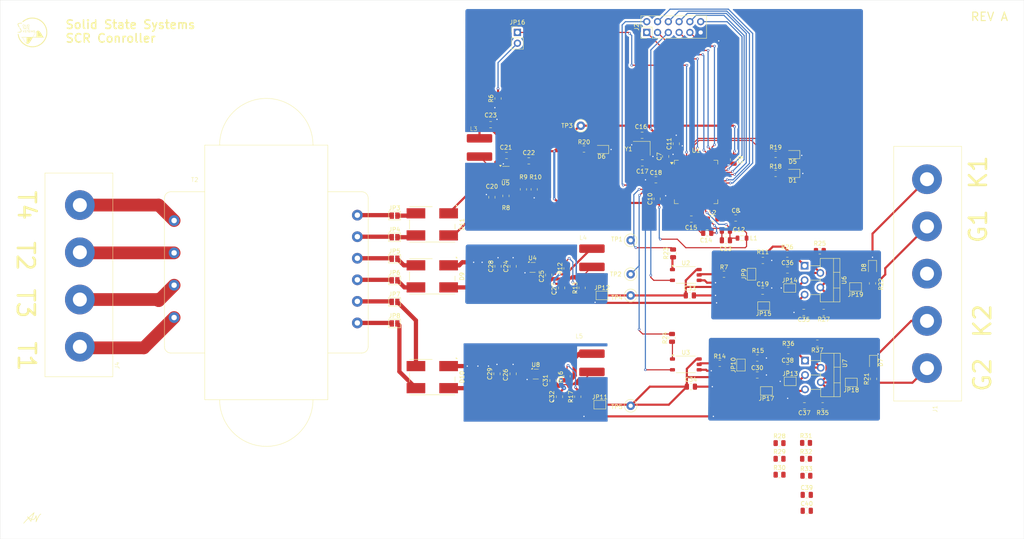
<source format=kicad_pcb>
(kicad_pcb (version 20241229) (generator "pcbnew") (generator_version "9.0")
  (layers (0 "F.Cu" signal) (2 "B.Cu" signal) (13 "F.Paste" user) (15 "B.Paste" user) (5 "F.SilkS" user "F.Silkscreen") (7 "B.SilkS" user "B.Silkscreen") (1 "F.Mask" user) (3 "B.Mask" user) (25 "Edge.Cuts" user))
  (net 0 "")
  (net 1 "GND_MCU")
  (net 2 "VREF+")
  (net 3 "3.3V_MCU")
  (net 4 "GNDA_MCU")
  (net 5 "3.3VA_MCU")
  (net 6 "NRST")
  (net 7 "SCR1_CATHODE")
  (net 8 "Net-(JP9-A)")
  (net 9 "VIN_MCU")
  (net 10 "Net-(U5-BOOT)")
  (net 11 "Net-(U5-SW)")
  (net 17 "Net-(U5-FB)")
  (net 19 "VIN_SCR1")
  (net 21 "Net-(U4-BST)")
  (net 23 "Net-(U4-SW)")
  (net 32 "SCR2_CATHODE")
  (net 33 "VIN_SCR2")
  (net 34 "SWCLK")
  (net 35 "SWDIO")
  (net 37 "PC8")
  (net 38 "PC9")
  (net 39 "PA11")
  (net 40 "PA12")
  (net 41 "PA10")
  (net 42 "12V_SCR1")
  (net 43 "JTDO")
  (net 44 "JTDI")
  (net 45 "Net-(JP12-A)")
  (net 46 "Net-(U8-BST)")
  (net 47 "Net-(U8-SW)")
  (net 48 "12V_SCR2")
  (net 49 "16V-_MCU")
  (net 50 "16V+_MCU")
  (net 51 "16V+_SCR1")
  (net 52 "16V-_SCR1")
  (net 53 "16V+_SCR2")
  (net 54 "16V-_SCR2")
  (net 55 "SCR2_GATE")
  (net 56 "SCR1_GATE")
  (net 59 "Net-(JP16-A)")
  (net 62 "Net-(U5-EN)")
  (net 63 "Net-(U4-FB)")
  (net 64 "Net-(U8-FB)")
  (net 67 "PWM1")
  (net 72 "PWM2")
  (net 87 "T2")
  (net 88 "T4")
  (net 89 "T1")
  (net 90 "T3")
  (net 91 "Net-(D1-A)")
  (net 92 "LED_RED")
  (net 93 "LED_GREEN")
  (net 94 "Net-(D5-A)")
  (net 95 "Net-(D6-A)")
  (net 96 "Net-(D7-A)")
  (net 97 "Net-(D8-A)")
  (net 99 "Net-(U2-VO)")
  (net 100 "Net-(U3-VO)")
  (net 101 "Net-(U2-A)")
  (net 102 "Net-(U3-A)")
  (net 103 "Net-(JP7-A)")
  (net 104 "Net-(JP4-A)")
  (net 105 "Net-(JP3-A)")
  (net 106 "Net-(JP6-A)")
  (net 107 "Net-(JP5-A)")
  (net 108 "Net-(U1-PF0)")
  (net 109 "Net-(U1-PF1)")
  (net 110 "Net-(JP10-A)")
  (net 111 "Net-(JP11-A)")
  (net 124 "Net-(JP8-A)")
  (net 125 "Net-(JP16-B)")
  (net 126 "Net-(C35-Pad1)")
  (net 127 "Net-(U6--)")
  (net 128 "Net-(C36-Pad1)")
  (net 129 "Net-(C37-Pad1)")
  (net 130 "Net-(U7--)")
  (net 131 "Net-(C38-Pad1)")
  (net 136 "Net-(JP9-B)")
  (net 137 "Net-(JP10-B)")
  (net 138 "Net-(JP13-B)")
  (net 139 "Net-(JP14-B)")
  (net 140 "Net-(JP15-A)")
  (net 141 "Net-(JP17-A)")
  (net 142 "Net-(JP18-B)")
  (net 143 "Net-(JP19-B)")
  (footprint "TestPoint:TestPoint_Loop_D2.50mm_Drill1.0mm" (layer "F.Cu") (at 171.2162 58.3274)
    (property "Reference" "TP3")
    (property "Value" "TestPoint_Small" (hide yes))
  )
  (footprint "Resistor_SMD:R_0805_2012Metric" (layer "F.Cu") (at 218.0537 133.1274)
    (property "Reference" "R28")
    (property "Value" "100")
  )
  (footprint "TestPoint:TestPoint_Loop_D2.50mm_Drill1.0mm" (layer "F.Cu") (at 182.9662 124.3274)
    (property "Reference" "TP5")
    (property "Value" "TestPoint_Small" (hide yes))
  )
  (footprint "Diode_SMD:D_0805_2012Metric" (layer "F.Cu") (at 240.2162 114.1399 -90)
    (property "Reference" "D7")
    (property "Value" "LED_SCR2   NCD0805R1")
  )
  (footprint "Capacitor_SMD:C_0805_2012Metric" (layer "F.Cu") (at 149.9662 58.0774)
    (property "Reference" "C23")
    (property "Value" "47uF")
  )
  (footprint "Resistor_SMD:R_0805_2012Metric" (layer "F.Cu") (at 224.3037 133.0774)
    (property "Reference" "R31")
    (property "Value" "1k")
  )
  (footprint "Resistor_SMD:R_0805_2012Metric" (layer "F.Cu") (at 153.5737 74.8724 -90)
    (property "Reference" "R8")
    (property "Value" "442k")
  )
  (footprint "Project_Lib:4_Connector_11.13_Pitch" (layer "F.Cu") (at 53.1622 110.4234 90)
    (property "Reference" "J4")
    (property "Value" "Screw_Terminal_01x04" (hide yes))
  )
  (footprint "Capacitor_SMD:C_0805_2012Metric" (layer "F.Cu") (at 224.4662 145.3274)
    (property "Reference" "C39")
    (property "Value" "100nF")
  )
  (footprint "Resistor_SMD:R_0805_2012Metric" (layer "F.Cu") (at 170.5102 122.1994 90)
    (property "Reference" "R17")
    (property "Value" "22.1k")
  )
  (footprint "Capacitor_SMD:C_0805_2012Metric" (layer "F.Cu") (at 197.1662 119.8274)
    (property "Reference" "C34")
    (property "Value" "100nF")
  )
  (footprint "Resistor_SMD:R_0805_2012Metric" (layer "F.Cu") (at 220.1287 111.3274)
    (property "Reference" "R36")
    (property "Value" "1k")
  )
  (footprint "Capacitor_SMD:C_0805_2012Metric" (layer "F.Cu") (at 205.4162 83.0774 180)
    (property "Reference" "C12")
    (property "Value" "100nF" (hide yes))
  )
  (footprint "Capacitor_SMD:C_0805_2012Metric" (layer "F.Cu") (at 185.6662 60.5774 180)
    (property "Reference" "C16")
    (property "Value" "6.8pF")
  )
  (footprint "Jumper:SolderJumper-2_P1.3mm_Open_Pad1.0x1.5mm" (layer "F.Cu") (at 127.3302 79.5274)
    (property "Reference" "JP3")
    (property "Value" "SolderJumper_2_Open")
  )
  (footprint "Diode_SMD:D_0805_2012Metric" (layer "F.Cu") (at 221.1537 65.1354 180)
    (property "Reference" "D5")
    (property "Value" "LED   NCD0805R1")
  )
  (footprint "Resistor_SMD:R_0805_2012Metric" (layer "F.Cu") (at 157.6987 73.3249 -90)
    (property "Reference" "R9")
    (property "Value" "100k")
  )
  (footprint "Capacitor_SMD:C_0805_2012Metric" (layer "F.Cu") (at 196.9162 98.3274)
    (property "Reference" "C33")
    (property "Value" "100nF")
  )
  (footprint "Resistor_SMD:R_0805_2012Metric" (layer "F.Cu") (at 226.9662 109.5774 180)
    (property "Reference" "R37")
    (property "Value" "10k")
  )
  (footprint "Diode_SMD:D_0805_2012Metric" (layer "F.Cu") (at 239.9662 91.7649 -90)
    (property "Reference" "D8")
    (property "Value" "LED_SCR1   NCD0805R1")
  )
  (footprint "Package_TO_SOT_THT:TO-220-5_P3.4x3.7mm_StaggerOdd_Lead3.8mm_Vertical" (layer "F.Cu") (at 223.9662 91.3274 -90)
    (property "Reference" "U6")
    (property "Value" "LM675")
  )
  (footprint "Jumper:SolderJumper-2_P1.3mm_Open_Pad1.0x1.5mm" (layer "F.Cu") (at 127.3302 84.6074)
    (property "Reference" "JP4")
    (property "Value" "SolderJumper_2_Open")
  )
  (footprint "Resistor_SMD:R_0805_2012Metric" (layer "F.Cu") (at 214.1287 90.0774 180)
    (property "Reference" "R11")
    (property "Value" "100k")
  )
  (footprint "Resistor_SMD:R_0805_2012Metric" (layer "F.Cu") (at 219.8787 88.5774)
    (property "Reference" "R26")
    (property "Value" "1k")
  )
  (footprint "Resistor_SMD:R_0805_2012Metric" (layer "F.Cu") (at 203.9662 114.3254)
    (property "Reference" "R14")
    (property "Value" "500")
  )
  (footprint "Inductor_SMD:L_0805_2012Metric" (layer "F.Cu") (at 209.2162 84.8274)
    (property "Reference" "L1")
    (property "Value" "BLM21AG601SZ1D (600R@100MHz)" (hide yes))
  )
  (footprint "LOGO" (layer "F.Cu") (at 41.9862 150.6474)
    (property "Reference" "G***" (hide yes))
    (property "Value" "LOGO" (hide yes))
  )
  (footprint "TestPoint:TestPoint_Loop_D2.50mm_Drill1.0mm" (layer "F.Cu") (at 182.9662 93.3274)
    (property "Reference" "TP2")
    (property "Value" "TestPoint_Small" (hide yes))
  )
  (footprint "Connector_PinHeader_2.54mm:PinHeader_1x02_P2.54mm_Vertical" (layer "F.Cu") (at 156.2862 36.3474)
    (property "Reference" "JP16")
    (property "Value" "Jumper_2_Open")
  )
  (footprint "Capacitor_SMD:C_0805_2012Metric" (layer "F.Cu") (at 223.7662 102.3274 180)
    (property "Reference" "C35")
    (property "Value" "220nF")
  )
  (footprint "Project_Lib:Transformer" (layer "F.Cu") (at 74.1042 62.8974 -90)
    (property "Reference" "T2")
    (property "Value" "Transformer_2P_3S" (hide yes))
  )
  (footprint "Resistor_SMD:R_0805_2012Metric" (layer "F.Cu") (at 218.0537 140.5774)
    (property "Reference" "R30")
    (property "Value" "250")
  )
  (footprint "LOGO" (layer "F.Cu") (at 41.9862 36.3474)
    (property "Reference" "G***" (hide yes))
    (property "Value" "LOGO" (hide yes))
  )
  (footprint "Capacitor_SMD:C_0805_2012Metric" (layer "F.Cu") (at 224.4662 149.0774)
    (property "Reference" "C40")
    (property "Value" "100nF")
  )
  (footprint "Diode_SMD:D_0805_2012Metric" (layer "F.Cu") (at 221.1537 69.5714 180)
    (property "Reference" "D1")
    (property "Value" "LED   NCD0805R1")
  )
  (footprint "Capacitor_SMD:C_0805_2012Metric" (layer "F.Cu") (at 151.7142 91.4654 90)
    (property "Reference" "C28")
    (property "Value" "22uF")
  )
  (footprint "TestPoint:TestPoint_Loop_D2.50mm_Drill1.0mm" (layer "F.Cu") (at 182.9662 98.3274)
    (property "Reference" "TP4")
    (property "Value" "TestPoint_Small" (hide yes))
  )
  (footprint "Capacitor_SMD:C_0805_2012Metric" (layer "F.Cu") (at 151.4602 116.7994 90)
    (property "Reference" "C29")
    (property "Value" "22uF")
  )
  (footprint "Jumper:SolderJumper-2_P1.3mm_Open_Pad1.0x1.5mm" (layer "F.Cu") (at 214.9662 120.8274 180)
    (property "Reference" "JP17")
    (property "Value" "SolderJumper_2_Open")
  )
  (footprint "Connector_PinHeader_2.54mm:PinHeader_2x06_P2.54mm_Vertical" (layer "F.Cu") (at 186.7662 36.3474 90)
    (property "Reference" "J2")
    (property "Value" "Conn_02x06_Odd_Even" (hide yes))
  )
  (footprint "Capacitor_SMD:C_0805_2012Metric" (layer "F.Cu") (at 163.6522 93.4974 -90)
    (property "Reference" "C25")
    (property "Value" "100nF")
  )
  (footprint "Resistor_SMD:R_0805_2012Metric" (layer "F.Cu") (at 192.7162 108.3274 90)
    (property "Reference" "R24")
    (property "Value" "866")
  )
  (footprint "Jumper:SolderJumper-2_P1.3mm_Open_Pad1.0x1.5mm" (layer "F.Cu") (at 175.7162 124.0774)
    (property "Reference" "JP11")
    (property "Value" "SolderJumper_2_Open")
  )
  (footprint "Resistor_SMD:R_0805_2012Metric" (layer "F.Cu") (at 151.7162 51.9149 90)
    (property "Reference" "R6")
    (property "Value" "10k")
  )
  (footprint "Capacitor_SMD:C_0805_2012Metric" (layer "F.Cu") (at 185.7162 67.0774)
    (property "Reference" "C17")
    (property "Value" "6.8pF")
  )
  (footprint "Capacitor_SMD:C_0805_2012Metric" (layer "F.Cu") (at 155.2702 116.7994 90)
    (property "Reference" "C26")
    (property "Value" "22uF")
  )
  (footprint "Resistor_SMD:R_0805_2012Metric" (layer "F.Cu") (at 217.1287 65.0774)
    (property "Reference" "R19")
    (property "Value" "1k")
  )
  (footprint "Capacitor_SMD:C_0805_2012Metric" (layer "F.Cu") (at 155.2702 91.4654 90)
    (property "Reference" "C24")
    (property "Value" "22uF")
  )
  (footprint "Package_QFP:LQFP-64_10x10mm_P0.5mm" (layer "F.Cu") (at 198.3912 71.5774)
    (property "Reference" "U1")
    (property "Value" "STM32G431RBT6")
  )
  (footprint "Package_TO_SOT_SMD:SOT-23-6" (layer "F.Cu") (at 153.5737 69.4724)
    (property "Reference" "U5")
    (property "Value" "TPS54202DDCR" (hide yes))
  )
  (footprint "Jumper:SolderJumper-2_P1.3mm_Open_Pad1.0x1.5mm" (layer "F.Cu") (at 176.2162 98.3274)
    (property "Reference" "JP12")
    (property "Value" "SolderJumper_2_Open")
  )
  (footprint "Jumper:SolderJumper-2_P1.3mm_Open_Pad1.0x1.5mm" (layer "F.Cu") (at 127.3302 94.7674)
    (property "Reference" "JP6")
    (property "Value" "SolderJumper_2_Open")
  )
  (footprint "Project_Lib:CD-DF4xxS(L)" (layer "F.Cu") (at 136.2162 81.5774 -90)
    (property "Reference" "D11")
    (property "Value" "CD-DF4xxS")
  )
  (footprint "Resistor_SMD:R_0805_2012Metric" (layer "F.Cu") (at 171.5262 96.5454 90)
    (property "Reference" "R13")
    (property "Value" "22.1k")
  )
  (footprint "Resistor_SMD:R_0805_2012Metric" (layer "F.Cu") (at 228.4662 102.3274 180)
    (property "Reference" "R27")
    (property "Value" "1")
  )
  (footprint "Jumper:SolderJumper-2_P1.3mm_Open_Pad1.0x1.5mm" (layer "F.Cu") (at 211.4662 93.3274 90)
    (property "Reference" "JP9")
    (property "Value" "SolderJumper_2_Open")
  )
  (footprint "Capacitor_SMD:C_0805_2012Metric" (layer "F.Cu") (at 158.9687 66.6174 180)
    (property "Reference" "C22")
    (property "Value" "68pF")
  )
  (footprint "Capacitor_SMD:C_0805_2012Metric" (layer "F.Cu") (at 219.9287 92.3274)
    (property "Reference" "C36")
    (property "Value" "100nF")
  )
  (footprint "Resistor_SMD:R_0805_2012Metric" (layer "F.Cu") (at 167.9702 91.9734 90)
    (property "Reference" "R12")
    (property "Value" "100k")
  )
  (footprint "Crystal:Crystal_SMD_3225-4Pin_3.2x2.5mm" (layer "F.Cu") (at 185.5662 63.6774 180)
    (property "Reference" "Y1")
    (property "Value" "X322524MSB4SI")
  )
  (footprint "Resistor_SMD:R_0805_2012Metric" (layer "F.Cu") (at 228.2162 124.3274 180)
    (property "Reference" "R35")
    (property "Value" "1")
  )
  (footprint "Capacitor_SMD:C_0805_2012Metric" (layer "F.Cu") (at 189.2162 75.5774 90)
    (property "Reference" "C10")
    (property "Value" "100nF")
  )
  (footprint "Capacitor_SMD:C_0805_2012Metric" (layer "F.Cu") (at 191.2162 65.5774 90)
    (property "Reference" "C7")
    (property "Value" "100nF")
  )
  (footprint "Capacitor_SMD:C_0805_2012Metric" (layer "F.Cu") (at 214.0787 97.3274)
    (property "Reference" "C19")
    (property "Value" "10nF")
  )
  (footprint "Project_Lib:SRN6045" (layer "F.Cu") (at 144.3412 60.3024 -90)
    (property "Reference" "L3")
    (property "Value" "C476261 (10uH,58.6mOhms)")
  )
  (footprint "Capacitor_SMD:C_0805_2012Metric" (layer "F.Cu") (at 219.9662 115.3274)
    (property "Reference" "C38")
    (property "Value" "100nF")
  )
  (footprint "Jumper:SolderJumper-2_P1.3mm_Open_Pad1.0x1.5mm" (layer "F.Cu") (at 208.9662 114.7274 90)
    (property "Reference" "JP10")
    (property "Value" "SolderJumper_2_Open")
  )
  (footprint "Jumper:SolderJumper-2_P1.3mm_Open_Pad1.0x1.5mm" (layer "F.Cu") (at 235.9662 96.3274 180)
    (property "Reference" "JP19")
    (property "Value" "SolderJumper_2_Open")
  )
  (footprint "Package_TO_SOT_SMD:SOT-583-8" (layer "F.Cu") (at 160.6042 116.8654)
    (property "Reference" "U8")
    (property "Value" "TPS62933DRLR")
  )
  (footprint "Capacitor_SMD:C_0805_2012Metric" (layer "F.Cu") (at 197.2662 80.3274 180)
    (property "Reference" "C15")
    (property "Value" "1uF")
  )
  (footprint "Package_TO_SOT_THT:TO-220-5_P3.4x3.7mm_StaggerOdd_Lead3.8mm_Vertical" (layer "F.Cu") (at 224.0662 113.6774 -90)
    (property "Reference" "U7")
    (property "Value" "LM675")
  )
  (footprint "Resistor_SMD:R_0805_2012Metric" (layer "F.Cu") (at 224.3787 140.8274)
    (property "Reference" "R33")
    (property "Value" "2k")
  )
  (footprint "Project_Lib:CD-DF4xxS(L)" (layer "F.Cu") (at 136.2162 117.5774 -90)
    (property "Reference" "D10")
    (property "Value" "CD-DF4xxS")
  )
  (footprint "Jumper:SolderJumper-2_P1.3mm_Open_Pad1.0x1.5mm" (layer "F.Cu") (at 214.3162 100.8274 180)
    (property "Reference" "JP15")
    (property "Value" "SolderJumper_2_Open")
  )
  (footprint "Resistor_SMD:R_0805_2012Metric" (layer "F.Cu") (at 227.5537 87.8274 180)
    (property "Reference" "R25")
    (property "Value" "10k")
  )
  (footprint "Jumper:SolderJumper-2_P1.3mm_Open_Pad1.0x1.5mm" (layer "F.Cu") (at 127.3302 104.9274)
    (property "Reference" "JP8")
    (property "Value" "SolderJumper_2_Open")
  )
  (footprint "Project_Lib:SRN6045" (layer "F.Cu") (at 170.8412 86.3024 -90)
    (property "Reference" "L4")
    (property "Value" "C476261 (10uH,21mOhms)")
  )
  (footprint "Resistor_SMD:R_0805_2012Metric" (layer "F.Cu") (at 192.9662 88.4149 90)
    (property "Reference" "R23")
    (property "Value" "866")
  )
  (footprint "Capacitor_SMD:C_0805_2012Metric" (layer "F.Cu") (at 205.4162 85.3274 180)
    (property "Reference" "C13")
    (property "Value" "1uF" (hide yes))
  )
  (footprint "Project_Lib:5_Connector_11.13_Pitch" (layer "F.Cu") (at 252.8062 115.4574 90)
    (property "Reference" "J1")
    (property "Value" "Screw_Terminal_01x05")
  )
  (footprint "Capacitor_SMD:C_0805_2012Metric" (layer "F.Cu") (at 188.9162 71.0774)
    (property "Reference" "C18")
    (property "Value" "100nF")
  )
  (footprint "Inductor_SMD:L_0805_2012Metric" (layer "F.Cu") (at 202.2787 80.3274 180)
    (property "Reference" "L2")
    (property "Value" "BLM21AG601SZ1D (600R@100MHz)" (hide yes))
  )
  (footprint "Capacitor_SMD:C_0805_2012Metric" (layer "F.Cu") (at 150.2662 75.1874 90)
    (property "Reference" "C20")
    (property "Value" "22uF")
  )
  (footprint "Diode_SMD:D_0805_2012Metric" (layer "F.Cu") (at 176.1017 63.9314 180)
    (property "Reference" "D6")
    (property "Value" "LED_MCU   NCD0805R1")
  )
  (footprint "Jumper:SolderJumper-2_P1.3mm_Open_Pad1.0x1.5mm" (layer "F.Cu") (at 127.3302 89.6874)
    (property "Reference" "JP5")
    (property "Value" "SolderJumper_2_Open")
  )
  (footprint "Package_TO_SOT_SMD:SOT-583-8" (layer "F.Cu") (at 159.8422 91.7194)
    (property "Reference" "U4")
    (property "Value" "TPS62933DRLR")
  )
  (footprint "Capacitor_SMD:C_0805_2012Metric" (layer "F.Cu") (at 153.7062 65.3474)
    (property "Reference" "C21")
    (property "Value" "100nF")
  )
  (footprint "Jumper:SolderJumper-2_P1.3mm_Open_Pad1.0x1.5mm" (layer "F.Cu") (at 220.5662 118.5774)
    (property "Reference" "JP13")
    (property "Value" "SolderJumper_2_Open")
  )
  (footprint "Capacitor_SMD:C_0805_2012Metric" (layer "F.Cu") (at 212.8037 117.0774)
    (property "Reference" "C30")
    (property "Value" "10nF")
  )
  (footprint "Jumper:SolderJumper-2_P1.3mm_Open_Pad1.0x1.5mm" (layer "F.Cu") (at 234.9662 118.8274 180)
    (property "Reference" "JP18")
    (property "Value" "SolderJumper_2_Open")
  )
  (footprint "Resistor_SMD:R_0805_2012Metric" (layer "F.Cu") (at 224.3037 136.8274)
    (property "Reference" "R32")
    (property "Value" "1.5k")
  )
  (footprint "Resistor_SMD:R_0805_2012Metric" (layer "F.Cu") (at 171.9662 63.8274)
    (property "Reference" "R20")
    (property "Value" "1k")
  )
  (footprint "Resistor_SMD:R_0805_2012Metric" (layer "F.Cu") (at 212.8037 113.0774 180)
    (property "Reference" "R15")
    (property "Value" "100k")
  )
  (footprint "Jumper:SolderJumper-2_P1.3mm_Open_Pad1.0x1.5mm" (layer "F.Cu") (at 127.3302 99.8474)
    (property "Reference" "JP7")
    (property "Value" "SolderJumper_2_Open")
  )
  (footprint "Capacitor_SMD:C_0805_2012Metric" (layer "F.Cu") (at 193.7162 62.5774 90)
    (property "Reference" "C11")
    (property "Value" "4.7uF")
  )
  (footprint "Capacitor_SMD:C_0805_2012Metric" (layer "F.Cu") (at 201.0162 83.5774 180)
    (property "Reference" "C14")
    (property "Value" "100nF")
  )
  (footprint "Capacitor_SMD:C_0805_2012Metric" (layer "F.Cu") (at 223.9162 124.3274 180)
    (property "Reference" "C37")
    (property "Value" "220nF")
  )
  (footprint "Resistor_SMD:R_0805_2012Metric" (layer "F.Cu") (at 239.9662 95.4899 90)
    (property "Reference" "R22")
    (property "Value" "3k")
  )
  (footprint "Package_SO:SO-5-6_4.55x3.7mm_P1.27mm" (layer "F.Cu") (at 195.9662 114.5794)
    (property "Reference" "U3")
    (property "Value" "TLP2345")
  )
  (footprint "Project_Lib:CD-DF4xxS(L)" (layer "F.Cu") (at 136.2162 93.8274 -90)
    (property "Reference" "D9")
    (property "Value" "CD-DF4xxS")
  )
  (footprint "Capacitor_SMD:C_0805_2012Metric" (layer "F.Cu") (at 164.6682 118.3894 90)
    (property "Reference" "C31")
    (property "Value" "100nF")
  )
  (footprint "Package_SO:SO-5-6_4.55x3.7mm_P1.27mm" (layer "F.Cu") (at 195.9662 93.4974)
    (property "Reference" "U2")
    (property "Value" "TLP2345")
  )
  (footprint "Capacitor_SMD:C_0805_2012Metric" (layer "F.Cu") (at 207.7162 80.0774)
    (property "Reference" "C8")
    (property "Value" "100nF")
  )
  (footprint "Capacitor_SMD:C_0805_2012Metric" (layer "F.Cu") (at 166.7002 96.5454 -90)
    (property "Reference" "C27")
    (property "Value" "47uF")
  )
  (footprint "Capacitor_SMD:C_0805_2012Metric" (layer "F.Cu") (at 166.1922 122.1994 -90)
    (property "Reference" "C32")
    (property "Value" "47uF")
  )
  (footprint "Resistor_SMD:R_0805_2012Metric" (layer "F.Cu") (at 217.1287 69.5774)
    (property "Reference" "R18")
    (property "Value" "1k")
  )
  (footprint "TestPoint:TestPoint_Loop_D2.50mm_Drill1.0mm" (layer "F.Cu") (at 182.9662 85.3274)
    (property "Reference" "TP1")
    (property "Value" "TestPoint_Small" (hide yes))
  )
  (footprint "Resistor_SMD:R_0805_2012Metric" (layer "F.Cu") (at 240.2162 117.9899 90)
    (property "Reference" "R21")
    (property "Value" "3k")
  )
  (footprint "Resistor_SMD:R_0805_2012Metric" (layer "F.Cu") (at 167.9702 117.3734 90)
    (property "Reference" "R16")
    (property "Value" "100k")
  )
  (footprint "Project_Lib:SRN6045" (layer "F.Cu") (at 170.8412 111.0524 -90)
    (property "Reference" "L5")
    (property "Value" "C476261 (10uH,21mOhms)")
  )
  (footprint "Jumper:SolderJumper-2_P1.3mm_Open_Pad1.0x1.5mm" (layer "F.Cu") (at 220.4662 96.5774)
    (property "Reference" "JP14")
    (property "Value" "SolderJumper_2_Open")
  )
  (footprint "Resistor_SMD:R_0805_2012Metric" (layer "F.Cu") (at 160.2387 73.3249 90)
    (property "Reference" "R10")
    (property "Value" "22.1k")
  )
  (footprint "Resistor_SMD:R_0805_2012Metric" (layer "F.Cu") (at 218.0537 136.8274)
    (property "Reference" "R29")
    (property "Value" "500")
  )
  (footprint "Resistor_SMD:R_0805_2012Metric" (layer "F.Cu") (at 204.9662 93.3274)
    (property "Reference" "R7")
    (property "Value" "500")
  )
  (footprint "Capacitor_SMD:C_0805_2012Metric" (layer "F.Cu") (at 207.2162 66.3274 -90)
    (property "Reference" "C9")
    (property "Value" "100nF")
  )
  (gr_line (start 275.6662 28.7274) (end 34.3662 28.7274) (stroke (width 0.05)) (layer "Edge.Cuts"))
  (gr_line (start 275.6662 155.7274) (end 275.6662 28.7274) (stroke (width 0.05)) (layer "Edge.Cuts"))
  (gr_line (start 34.3662 28.7274) (end 34.3662 155.7274) (stroke (width 0.05)) (layer "Edge.Cuts"))
  (gr_line (start 34.3662 155.7274) (end 275.6662 155.7274) (stroke (width 0.05)) (layer "Edge.Cuts"))
  (gr_text "K1" (at 267.2162 73.6274 90) (layer "F.SilkS") (effects (font (size 4 4) (thickness 0.6)) (justify left bottom)))
  (gr_text "T1" (at 38.2902 116.4914 270) (layer "F.SilkS") (effects (font (size 4 4) (thickness 0.6)) (justify right bottom)))
  (gr_text "G2" (at 268.2162 121.3274 90) (layer "F.SilkS") (effects (font (size 4 4) (thickness 0.6)) (justify left bottom)))
  (gr_text "G1" (at 267.2162 86.3274 90) (layer "F.SilkS") (effects (font (size 4 4) (thickness 0.6)) (justify left bottom)))
  (gr_text "REV A" (at 262.9662 33.8074 0) (layer "F.SilkS") (effects (font (size 2 2) (thickness 0.25)) (justify left bottom)))
  (gr_text "Solid State Systems\nSCR Conroller\n" (at 49.6062 38.8874 0) (layer "F.SilkS") (effects (font (size 2 2) (thickness 0.35) (bold yes)) (justify left bottom)))
  (gr_text "T4" (at 38.2902 80.9314 270) (layer "F.SilkS") (effects (font (size 4 4) (thickness 0.6)) (justify right bottom)))
  (gr_text "T2" (at 38.0362 92.8694 270) (layer "F.SilkS") (effects (font (size 4 4) (thickness 0.6)) (justify right bottom)))
  (gr_text "K2" (at 268.2162 108.6274 90) (layer "F.SilkS") (effects (font (size 4 4) (thickness 0.6)) (justify left bottom)))
  (gr_text "T3" (at 38.0362 104.0454 270) (layer "F.SilkS") (effects (font (size 4 4) (thickness 0.6)) (justify right bottom)))
  (segment (start 202.2162 78.8274) (end 201.9662 78.8274) (width 0.2667) (layer "F.Cu") (net 1))
  (segment (start 192.9662 65.0774) (end 192.9662 64.9274) (width 0.2667) (layer "F.Cu") (net 1))
  (segment (start 188.2162 65.5774) (end 187.9662 65.3274) (width 0.2667) (layer "F.Cu") (net 1))
  (segment (start 205.9662 67.5774) (end 205.2162 68.3274) (width 0.2667) (layer "F.Cu") (net 1))
  (segment (start 160.2387 74.2374) (end 160.2387 75.3274) (width 0.5) (layer "F.Cu") (net 1))
  (segment (start 199.4662 36.3474) (end 201.4462 38.3274) (width 0.2667) (layer "F.Cu") (net 1))
  (segment (start 148.9662 74.5524) (end 149.9512 74.5524) (width 0.5) (layer "F.Cu") (net 1))
  (segment (start 192.6662 64.6274) (end 191.2162 64.6274) (width 0.2667) (layer "F.Cu") (net 1))
  (segment (start 189.2162 74.6274) (end 191.0162 74.6274) (width 0.2667) (layer "F.Cu") (net 1))
  (segment (start 201.6412 78.5024) (end 201.6412 77.2524) (width 0.2667) (layer "F.Cu") (net 1))
  (segment (start 177.0392 63.9314) (end 178.3622 63.9314) (width 0.2667) (layer "F.Cu") (net 1))
  (segment (start 207.2162 67.2774) (end 206.2662 67.2774) (width 0.2667) (layer "F.Cu") (net 1))
  (segment (start 191.2162 74.8274) (end 192.7162 74.8274) (width 0.2667) (layer "F.Cu") (net 1))
  (segment (start 150.9662 53.5774) (end 150.9662 54.0774) (width 0.5) (layer "F.Cu") (net 1))
  (segment (start 150.9162 58.0774) (end 151.4662 57.5274) (width 0.5) (layer "F.Cu") (net 1))
  (segment (start 223.5312 69.5714) (end 223.5372 69.5774) (width 0.2667) (layer "F.Cu") (net 1))
  (segment (start 195.1412 63.0524) (end 193.7162 61.6274) (width 0.2667) (layer "F.Cu") (net 1))
  (segment (start 184.4662 62.8274) (end 183.2162 62.8274) (width 0.2667) (layer "F.Cu") (net 1))
  (segment (start 187.7162 93.5774) (end 187.7162 94.0774) (width 0.2667) (layer "F.Cu") (net 1))
  (segment (start 184.4662 60.8274) (end 184.7162 60.5774) (width 0.2667) (layer "F.Cu") (net 1))
  (segment (start 144.4912 74.5524) (end 140.0662 78.9774) (width 0.5) (layer "F.Cu") (net 1))
  (segment (start 192.8162 115.8494) (end 186.4442 115.8494) (width 0.2667) (layer "F.Cu") (net 1))
  (segment (start 152.9662 67.9924) (end 152.9662 67.3274) (width 0.5) (layer "F.Cu") (net 1))
  (segment (start 201.4462 38.3274) (end 203.7162 38.3274) (width 0.2667) (layer "F.Cu") (net 1))
  (segment (start 184.4662 62.8274) (end 184.4662 60.8274) (width 0.2667) (layer "F.Cu") (net 1))
  (segment (start 223.0952 65.1354) (end 223.2872 65.3274) (width 0.2667) (layer "F.Cu") (net 1))
  (segment (start 151.7162 52.8274) (end 150.9662 53.5774) (width 0.5) (layer "F.Cu") (net 1))
  (segment (start 149.9512 74.5524) (end 150.2662 74.2374) (width 0.5) (layer "F.Cu") (net 1))
  (segment (start 192.9662 64.9274) (end 192.6662 64.6274) (width 0.2667) (layer "F.Cu") (net 1))
  (segment (start 187.9662 71.0774) (end 186.4662 71.0774) (width 0.2667) (layer "F.Cu") (net 1))
  (segment (start 148.9662 74.5524) (end 144.4912 74.5524) (width 0.5) (layer "F.Cu") (net 1))
  (segment (start 151.4662 57.5274) (end 151.4662 56.8274) (width 0.5) (layer "F.Cu") (net 1))
  (segment (start 205.2162 68.3274) (end 204.0662 68.3274) (width 0.2667) (layer "F.Cu") (net 1))
  (segment (start 186.6662 64.5274) (end 186.6662 67.0774) (width 0.2667) (layer "F.Cu") (net 1))
  (segment (start 201.9662 78.8274) (end 201.6412 78.5024) (width 0.2667) (layer "F.Cu") (net 1))
  (segment (start 222.0912 65.1354) (end 223.0952 65.1354) (width 0.2667) (layer "F.Cu") (net 1))
  (segment (start 195.1412 65.9024) (end 195.1412 63.0774) (width 0.2667) (layer "F.Cu") (net 1))
  (segment (start 152.4362 68.5224) (end 152.9662 67.9924) (width 0.5) (layer "F.Cu") (net 1))
  (segment (start 187.4662 65.3274) (end 186.6662 64.5274) (width 0.2667) (layer "F.Cu") (net 1))
  (segment (start 208.6662 80.0774) (end 208.6662 78.6274) (width 0.2667) (layer "F.Cu") (net 1))
  (segment (start 195.1412 63.0774) (end 195.1412 63.0524) (width 0.2667) (layer "F.Cu") (net 1))
  (segment (start 187.9662 65.3274) (end 187.4662 65.3274) (width 0.2667) (layer "F.Cu") (net 1))
  (segment (start 206.2662 67.2774) (end 205.9662 67.5774) (width 0.2667) (layer "F.Cu") (net 1))
  (segment (start 191.0162 74.6274) (end 191.2162 74.8274) (width 0.2667) (layer "F.Cu") (net 1))
  (segment (start 187.7162 94.0774) (end 188.4062 94.7674) (width 0.2667) (layer "F.Cu") (net 1))
  (segment (start 222.0912 69.5714) (end 223.5312 69.5714) (width 0.2667) (layer "F.Cu") (net 1))
  (segment (start 188.4062 94.7674) (end 192.8162 94.7674) (width 0.2667) (layer "F.Cu") (net 1))
  (segment (start 193.7162 60.5774) (end 193.7162 61.6274) (width 0.2667) (layer "F.Cu") (net 1))
  (via (at 148.9662 74.5524) (size 0.6) (drill 0.3) (layers "F.Cu" "B.Cu") (net 1))
  (via (at 160.2387 75.3274) (size 0.6) (drill 0.3) (layers "F.Cu" "B.Cu") (net 1))
  (via (at 178.3622 63.9314) (size 0.6) (drill 0.3) (layers "F.Cu" "B.Cu") (net 1))
  (via (at 183.2162 62.8274) (size 0.6) (drill 0.3) (layers "F.Cu" "B.Cu") (net 1))
  (via (at 223.5372 69.5774) (size 0.6) (drill 0.3) (layers "F.Cu" "B.Cu") (net 1))
  (via (at 150.9662 54.0774) (size 0.6) (drill 0.3) (layers "F.Cu" "B.Cu") (net 1))
  (via (at 187.7162 93.5774) (size 0.6) (drill 0.3) (layers "F.Cu" "B.Cu") (net 1))
  (via (at 223.2872 65.3274) (size 0.6) (drill 0.3) (layers "F.Cu" "B.Cu") (net 1))
  (via (at 151.4662 56.8274) (size 0.6) (drill 0.3) (layers "F.Cu" "B.Cu") (net 1))
  (via (at 195.1412 63.0774) (size 0.6) (drill 0.3) (layers "F.Cu" "B.Cu") (net 1))
  (via (at 186.4442 115.8494) (size 0.6) (drill 0.3) (layers "F.Cu" "B.Cu") (net 1))
  (via (at 188.2162 65.5774) (size 0.6) (drill 0.3) (layers "F.Cu" "B.Cu") (net 1))
  (via (at 205.9662 67.5774) (size 0.6) (drill 0.3) (layers "F.Cu" "B.Cu") (net 1))
  (via (at 193.7162 60.5774) (size 0.6) (drill 0.3) (layers "F.Cu" "B.Cu") (net 1))
  (via (at 208.6662 78.6274) (size 0.6) (drill 0.3) (layers "F.Cu" "B.Cu") (net 1))
  (via (at 192.9662 65.0774) (size 0.6) (drill 0.3) (layers "F.Cu" "B.Cu") (net 1))
  (via (at 202.2162 78.8274) (size 0.6) (drill 0.3) (layers "F.Cu" "B.Cu") (net 1))
  (via (at 191.2162 74.8274) (size 0.6) (drill 0.3) (layers "F.Cu" "B.Cu") (net 1))
  (via (at 186.4662 71.0774) (size 0.6) (drill 0.3) (layers "F.Cu" "B.Cu") (net 1))
  (via (at 152.9662 67.3274) (size 0.6) (drill 0.3) (layers "F.Cu" "B.Cu") (net 1))
  (via (at 203.7162 38.3274) (size 0.6) (drill 0.3) (layers "F.Cu" "B.Cu") (net 1))
  (segment (start 186.7162 74.0774) (end 190.4662 74.0774) (width 0.2667) (layer "B.Cu") (net 1))
  (segment (start 186.4442 115.8494) (end 186.4442 74.3494) (width 0.2667) (layer "B.Cu") (net 1))
  (segment (start 203.7162 60.5774) (end 203.7162 38.3274) (width 0.2667) (layer "B.Cu") (net 1))
  (segment (start 187.7162 75.3274) (end 188.2162 74.8274) (width 0.2667) (layer "B.Cu") (net 1))
  (segment (start 187.7162 93.5774) (end 187.7162 75.3274) (width 0.2667) (layer "B.Cu") (net 1))
  (segment (start 186.4442 74.3494) (end 186.7162 74.0774) (width 0.2667) (layer "B.Cu") (net 1))
  (segment (start 190.4662 74.0774) (end 191.2162 74.8274) (width 0.2667) (layer "B.Cu") (net 1))
  (segment (start 188.2162 74.8274) (end 191.2162 74.8274) (width 0.2667) (layer "B.Cu") (net 1))
  (segment (start 201.9662 83.5774) (end 203.2162 83.5774) (width 0.2667) (layer "F.Cu") (net 2))
  (segment (start 198.2162 80.3274) (end 198.7162 80.3274) (width 0.2667) (layer "F.Cu") (net 2))
  (segment (start 200.1412 79.2524) (end 200.1412 77.2524) (width 0.2667) (layer "F.Cu") (net 2))
  (segment (start 198.7162 80.3274) (end 201.9662 83.5774) (width 0.2667) (layer "F.Cu") (net 2))
  (segment (start 202.7162 81.8274) (end 201.2162 80.3274) (width 0.2667) (layer "F.Cu") (net 2))
  (segment (start 201.2162 80.3274) (end 200.1412 79.2524) (width 0.2667) (layer "F.Cu") (net 2))
  (via (at 203.2162 83.5774) (size 0.6) (drill 0.3) (layers "F.Cu" "B.Cu") (net 2))
  (via (at 202.7162 81.8274) (size 0.6) (drill 0.3) (layers "F.Cu" "B.Cu") (net 2))
  (segment (start 203.2162 83.5774) (end 203.2162 82.3274) (width 0.2667) (layer "B.Cu") (net 2))
  (segment (start 203.2162 82.3274) (end 202.7162 81.8274) (width 0.2667) (layer "B.Cu") (net 2))
  (segment (start 193.7162 63.5274) (end 194.4662 63.5274) (width 0.2667) (layer "F.Cu") (net 3))
  (segment (start 204.7662 67.8274) (end 204.0662 67.8274) (width 0.2667) (layer "F.Cu") (net 3))
  (segment (start 207.2162 64.5774) (end 207.4662 64.3274) (width 0.2667) (layer "F.Cu") (net 3))
  (segment (start 189.277846 64.508918) (end 189.277846 61.515754) (width 0.2667) (layer "F.Cu") (net 3))
  (segment (start 186.9662 58.3274) (end 207.2162 58.3274) (width 0.5) (layer "F.Cu") (net 3))
  (segment (start 193.9662 85.0774) (end 195.9662 87.0774) (width 0.2667) (layer "F.Cu") (net 3))
  (segment (start 210.2787 84.8274) (end 210.2787 83.5899) (width 0.2667) (layer "F.Cu") (net 3))
  (segment (start 158.0187 65.5409) (end 158.0187 66.6174) (width 0.5) (layer "F.Cu") (net 3))
  (segment (start 154.2607 61.7829) (end 152.7217 61.7829) (width 0.5) (layer "F.Cu") (net 3))
  (segment (start 191.2162 66.5274) (end 191.2162 66.447272) (width 0.2667) (layer "F.Cu") (net 3))
  (segment (start 157.6987 72.4124) (end 157.6987 66.9374) (width 0.2) (layer "F.Cu") (net 3))
  (segment (start 158.0187 65.5409) (end 159.2322 64.3274) (width 0.5) (layer "F.Cu") (net 3))
  (segment (start 191.4162 66.5274) (end 192.7162 67.8274) (width 0.2667) (layer "F.Cu") (net 3))
  (segment (start 194.6412 63.7024) (end 194.6412 65.9024) (width 0.2667) (layer "F.Cu") (net 3))
  (segment (start 154.2607 61.7829) (end 158.0187 65.5409) (width 0.5) (layer "F.Cu") (net 3))
  (segment (start 207.2162 58.3274) (end 207.4662 58.5774) (width 0.5) (layer "F.Cu") (net 3))
  (segment (start 164.9662 64.3274) (end 170.5537 64.3274) (width 0.5) (layer "F.Cu") (net 3))
  (segment (start 152.7217 61.7829) (end 149.0162 58.0774) (width 0.5) (layer "F.Cu") (net 3))
  (segment (start 210.2787 83.5899) (end 206.7662 80.0774) (width 0.2667) (layer "F.Cu") (net 3))
  (segment (start 203.3412 80.3274) (end 203.3412 78.4524) (width 0.2667) (layer "F.Cu") (net 3))
  (segment (start 206.7662 80.0774) (end 203.5912 80.0774) (width 0.2667) (layer "F.Cu") (net 3))
  (segment (start 194.4662 63.5274) (end 194.6412 63.7024) (width 0.2667) (layer "F.Cu") (net 3))
  (segment (start 203.5912 80.0774) (end 203.3412 80.3274) (width 0.2667) (layer "F.Cu") (net 3))
  (segment (start 189.7162 77.0274) (end 189.7162 77.5774) (width 0.2667) (layer "F.Cu") (net 3))
  (segment (start 186.9662 58.3274) (end 189.277846 60.639046) (width 0.5) (layer "F.Cu") (net 3))
  (segment (start 207.2162 65.3774) (end 207.2162 64.5774) (width 0.2667) (layer "F.Cu") (net 3))
  (segment (start 164.9662 64.3274) (end 170.9662 58.3274) (width 0.5) (layer "F.Cu") (net 3))
  (segment (start 157.6987 66.9374) (end 158.0187 66.6174) (width 0.2) (layer "F.Cu") (net 3))
  (segment (start 147.3412 61.3024) (end 147.3412 59.7524) (width 0.5) (layer "F.Cu") (net 3))
  (segment (start 166.0162 76.5274) (end 189.2162 76.5274) (width 0.5) (layer "F.Cu") (net 3))
  (segment (start 209.9662 87.0774) (end 210.2787 86.7649) (width 0.2667) (layer "F.Cu") (net 3))
  (segment (start 189.2162 76.5274) (end 189.7162 77.0274) (width 0.2667) (layer "F.Cu") (net 3))
  (segment (start 170.9662 58.3274) (end 186.9662 58.3274) (width 0.5) (layer "F.Cu") (net 3))
  (segment (start 170.5537 64.3274) (end 171.0537 63.8274) (width 0.5) (layer "F.Cu") (net 3))
  (segment (start 192.7162 75.3274) (end 191.7162 75.3274) (width 0.2667) (layer "F.Cu") (net 3))
  (segment (start 159.2322 64.3274) (end 164.9662 64.3274) (width 0.5) (layer "F.Cu") (net 3))
  (segment (start 165.0662 75.5774) (end 166.0162 76.5274) (width 0.5) (layer "F.Cu") (net 3))
  (segment (start 147.3412 59.7524) (end 149.0162 58.0774) (width 0.5) (layer "F.Cu") (net 3))
  (segment (start 210.2787 86.7649) (end 210.2787 84.8274) (width 0.2667) (layer "F.Cu") (net 3))
  (segment (start 191.2162 66.447272) (end 189.277846 64.508918) (width 0.2667) (layer "F.Cu") (net 3))
  (segment (start 164.9662 75.5774) (end 165.0662 75.5774) (width 0.5) (layer "F.Cu") (net 3))
  (segment (start 191.7162 75.3274) (end 190.5162 76.5274) (width 0.2667) (layer "F.Cu") (net 3))
  (segment (start 195.9662 87.0774) (end 209.9662 87.0774) (width 0.2667) (layer "F.Cu") (net 3))
  (segment (start 203.3412 78.4524) (end 202.1412 77.2524) (width 0.2667) (layer "F.Cu") (net 3))
  (segment (start 189.277846 60.639046) (end 189.277846 61.515754) (width 0.5) (layer "F.Cu") (net 3))
  (segment (start 189.9662 85.0774) (end 193.9662 85.0774) (width 0.2667) (layer "F.Cu") (net 3))
  (segment (start 191.289492 63.5274) (end 189.277846 61.515754) (width 0.5) (layer "F.Cu") (net 3))
  (segment (start 193.7162 63.5274) (end 191.289492 63.5274) (width 0.5) (layer "F.Cu") (net 3))
  (segment (start 207.2162 65.3774) (end 204.7662 67.8274) (width 0.2667) (layer "F.Cu") (net 3))
  (segment (start 190.5162 76.5274) (end 189.2162 76.5274) (width 0.2667) (layer "F.Cu") (net 3))
  (via (at 189.9662 85.0774) (size 0.6) (drill 0.3) (layers "F.Cu" "B.Cu") (net 3))
  (via (at 189.7162 77.5774) (size 0.6) (drill 0.3) (layers "F.Cu" "B.Cu") (net 3))
  (via (at 207.4662 58.5774) (size 0.6) (drill 0.3) (layers "F.Cu" "B.Cu") (net 3))
  (via (at 164.9662 75.5774) (size 0.6) (drill 0.3) (layers "F.Cu" "B.Cu") (net 3))
  (via (at 207.4662 64.3274) (size 0.6) (drill 0.3) (layers "F.Cu" "B.Cu") (net 3))
  (via (at 187.7162 59.0774) (size 0.6) (drill 0.3) (layers "F.Cu" "B.Cu") (net 3))
  (via (at 164.9662 64.3274) (size 0.6) (drill 0.3) (layers "F.Cu" "B.Cu") (net 3))
  (segment (start 207.4662 64.3274) (end 207.4662 58.5774) (width 0.2667) (layer "B.Cu") (net 3))
  (segment (start 189.7162 84.8274) (end 189.9662 85.0774) (width 0.2667) (layer "B.Cu") (net 3))
  (segment (start 187.7162 59.0774) (end 187.7162 40.4774) (width 0.2667) (layer "B.Cu") (net 3))
  (segment (start 189.7162 77.5774) (end 189.7162 84.8274) (width 0.2667) (layer "B.Cu") (net 3))
  (segment (start 187.7162 40.4774) (end 191.8462 36.3474) (width 0.2667) (layer "B.Cu") (net 3))
  (segment (start 164.9662 75.5774) (end 164.9662 64.3274) (width 0.5) (layer "B.Cu") (net 3))
  (segment (start 204.4662 83.0774) (end 203.90685 82.51805) (width 0.2667) (layer "F.Cu") (net 4))
  (segment (start 199.6412 80.140664) (end 199.6412 78.108388) (width 0.2667) (layer "F.Cu") (net 4))
  (segment (start 203.90685 82.51805) (end 202.018586 82.51805) (width 0.2667) (layer "F.Cu") (net 4))
  (segment (start 200.0662 83.5774) (end 199.5662 83.5774) (width 0.2667) (layer "F.Cu") (net 4))
  (segment (start 199.6412 78.108388) (end 199.6412 77.2524) (width 0.2667) (layer "F.Cu") (net 4))
  (segment (start 196.3162 80.3274) (end 197.37555 79.26805) (width 0.2667) (layer "F.Cu") (net 4))
  (segment (start 202.018586 82.51805) (end 199.6412 80.140664) (width 0.2667) (layer "F.Cu") (net 4))
  (segment (start 198.481538 79.26805) (end 199.6412 78.108388) (width 0.2667) (layer "F.Cu") (net 4))
  (segment (start 204.4662 85.3274) (end 204.4662 83.0774) (width 0.2667) (layer "F.Cu") (net 4))
  (segment (start 199.5662 83.5774) (end 196.3162 80.3274) (width 0.2667) (layer "F.Cu") (net 4))
  (segment (start 197.37555 79.26805) (end 198.481538 79.26805) (width 0.2667) (layer "F.Cu") (net 4))
  (segment (start 206.3662 83.0774) (end 206.3662 85.3274) (width 0.2667) (layer "F.Cu") (net 5))
  (segment (start 208.1537 84.8274) (end 206.8662 84.8274) (width 0.2667) (layer "F.Cu") (net 5))
  (segment (start 200.6412 77.2524) (end 200.6412 78.5024) (width 0.2667) (layer "F.Cu") (net 5))
  (segment (start 206.3662 83.0774) (end 206.3662 82.4774) (width 0.2667) (layer "F.Cu") (net 5))
  (segment (start 206.3662 82.4774) (end 205.4662 81.5774) (width 0.2667) (layer "F.Cu") (net 5))
  (segment (start 206.8662 84.8274) (end 206.3662 85.3274) (width 0.2667) (layer "F.Cu") (net 5))
  (segment (start 200.6412 78.5024) (end 200.9662 78.8274) (width 0.2667) (layer "F.Cu") (net 5))
  (via (at 200.9662 78.8274) (size 0.6) (drill 0.3) (layers "F.Cu" "B.Cu") (net 5))
  (via (at 205.4662 81.5774) (size 0.6) (drill 0.3) (layers "F.Cu" "B.Cu") (net 5))
  (segment (start 200.9662 78.8274) (end 203.7162 81.5774) (width 0.2667) (layer "B.Cu") (net 5))
  (segment (start 203.7162 81.5774) (end 205.4662 81.5774) (width 0.2667) (layer "B.Cu") (net 5))
  (segment (start 188.6162 72.3274) (end 189.8662 71.0774) (width 0.2667) (layer "F.Cu") (net 6))
  (segment (start 181.2162 72.3274) (end 188.6162 72.3274) (width 0.2667) (layer "F.Cu") (net 6))
  (segment (start 190.1162 70.8274) (end 192.7162 70.8274) (width 0.2667) (layer "F.Cu") (net 6))
  (segment (start 189.8662 71.0774) (end 190.1162 70.8274) (width 0.2667) (layer "F.Cu") (net 6))
  (via (at 181.2162 72.3274) (size 0.6) (drill 0.3) (layers "F.Cu" "B.Cu") (net 6))
  (segment (start 180.9662 34.5774) (end 180.9662 72.0774) (width 0.2667) (layer "B.Cu") (net 6))
  (segment (start 180.9662 72.0774) (end 181.2162 72.3274) (width 0.2667) (layer "B.Cu") (net 6))
  (segment (start 181.7362 33.8074) (end 180.9662 34.5774) (width 0.2667) (layer "B.Cu") (net 6))
  (segment (start 186.7662 33.8074) (end 181.7362 33.8074) (width 0.2667) (layer "B.Cu") (net 6))
  (segment (start 174.7162 100.0774) (end 174.5912 99.9524) (width 0.5) (layer "F.Cu") (net 7))
  (segment (start 166.7002 97.4954) (end 165.4962 97.4954) (width 0.2667) (layer "F.Cu") (net 7))
  (segment (start 219.8162 96.5774) (end 218.4662 96.5774) (width 0.5) (layer "F.Cu") (net 7))
  (segment (start 203.2162 100.0774) (end 174.7162 100.0774) (width 0.5) (layer "F.Cu") (net 7))
  (segment (start 147.9662 90.5154) (end 145.9662 90.5154) (width 1) (layer "F.Cu") (net 7))
  (segment (start 158.5842 92.4694) (end 158.0642 92.9894) (width 0.2667) (layer "F.Cu") (net 7))
  (segment (start 202.9662 95.3274) (end 200.9662 95.3274) (width 0.5) (layer "F.Cu") (net 7))
  (segment (start 149.9662 90.5154) (end 151.7142 90.5154) (width 1) (layer "F.Cu") (net 7))
  (segment (start 147.9662 90.5154) (end 149.9662 90.5154) (width 1) (layer "F.Cu") (net 7))
  (segment (start 216.2162 96.5774) (end 215.7787 96.5774) (width 0.5) (layer "F.Cu") (net 7))
  (segment (start 215.0412 90.0774) (end 216.2162 90.0774) (width 0.5) (layer "F.Cu") (net 7))
  (segment (start 200.4062 94.7674) (end 199.1162 94.7674) (width 0.5) (layer "F.Cu") (net 7))
  (segment (start 197.8662 98.3274) (end 202.9662 98.3274) (width 0.5) (layer "F.Cu") (net 7))
  (segment (start 159.1022 92.4694) (end 158.5842 92.4694) (width 0.2667) (layer "F.Cu") (net 7))
  (segment (start 142.5662 91.2274) (end 140.0662 91.2274) (width 1) (layer "F.Cu") (net 7))
  (segment (start 155.2702 90.5154) (end 155.2702 89.4334) (width 0.2667) (layer "F.Cu") (net 7))
  (segment (start 215.7787 96.5774) (end 215.0287 97.3274) (width 0.5) (layer "F.Cu") (net 7))
  (segment (start 143.2782 90.5154) (end 142.5662 91.2274) (width 1) (layer "F.Cu") (net 7))
  (segment (start 151.7142 90.5154) (end 151.7142 89.4334) (width 0.2667) (layer "F.Cu") (net 7))
  (segment (start 171.5262 97.4579) (end 170.1057 97.4579) (width 0.2667) (layer "F.Cu") (net 7))
  (segment (start 239.9662 89.3274) (end 239.9662 83.7774) (width 0.5) (layer "F.Cu") (net 7))
  (segment (start 222.8162 102.3274) (end 221.4662 102.3274) (width 0.5) (layer "F.Cu") (net 7))
  (segment (start 145.9662 90.5154) (end 143.2782 90.5154) (width 1) (layer "F.Cu") (net 7))
  (segment (start 165.4962 97.4954) (end 165.4302 97.5614) (width 0.2667) (layer "F.Cu") (net 7))
  (segment (start 239.9662 90.8274) (end 239.9662 89.3274) (width 0.5) (layer "F.Cu") (net 7))
  (segment (start 200.9662 95.3274) (end 200.4062 94.7674) (width 0.5) (layer "F.Cu") (net 7))
  (segment (start 239.9662 83.7774) (end 252.8062 70.9374) (width 0.5) (layer "F.Cu") (net 7))
  (via (at 149.9662 90.5154) (size 0.6) (drill 0.3) (layers "F.Cu" "B.Cu") (net 7))
  (via (at 216.2162 96.5774) (size 0.6) (drill 0.3) (layers "F.Cu" "B.Cu") (net 7))
  (via (at 145.9662 90.5154) (size 0.6) (drill 0.3) (layers "F.Cu" "B.Cu") (net 7))
  (via (at 221.4662 102.3274) (size 0.6) (drill 0.3) (layers "F.Cu" "B.Cu") (net 7))
  (via (at 216.2162 90.0774) (size 0.6) (drill 0.3) (layers "F.Cu" "B.Cu") (net 7))
  (via (at 158.0642 92.9894) (size 0.6) (drill 0.3) (layers "F.Cu" "B.Cu") (net 7))
  (via (at 202.9662 95.3274) (size 0.6) (drill 0.3) (layers "F.Cu" "B.Cu") (net 7))
  (via (at 170.1057 97.4579) (size 0.6) (drill 0.3) (layers "F.Cu" "B.Cu") (net 7))
  (via (at 165.4302 97.5614) (size 0.6) (drill 0.3) (layers "F.Cu" "B.Cu") (net 7))
  (via (at 218.4662 96.5774) (size 0.6) (drill 0.3) (layers "F.Cu" "B.Cu") (net 7))
  (via (at 147.9662 90.5154) (size 0.6) (drill 0.3) (layers "F.Cu" "B.Cu") (net 7))
  (via (at 155.2702 89.4334) (size 0.6) (drill 0.3) (layers "F.Cu" "B.Cu") (net 7))
  (via (at 151.7142 89.4334) (size 0.6) (drill 0.3) (layers "F.Cu" "B.Cu") (net 7))
  (via (at 202.9662 98.3274) (size 0.6) (drill 0.3) (layers "F.Cu" "B.Cu") (net 7))
  (via (at 239.9662 89.3274) (size 0.6) (drill 0.3) (layers "F.Cu" "B.Cu") (net 7))
  (via (at 174.5912 99.9524) (size 0.6) (drill 0.3) (layers "F.Cu" "B.Cu") (net 7))
  (via (at 203.2162 100.0774) (size 0.6) (drill 0.3) (layers "F.Cu" "B.Cu") (net 7))
  (segment (start 170.1057 97.4579) (end 170.0022 97.5614) (width 0.2667) (layer "B.Cu") (net 7))
  (segment (start 211.4662 93.9774) (end 211.4662 95.6649) (width 0.5) (layer "F.Cu") (net 8))
  (segment (start 206.5287 93.9774) (end 211.4662 93.9774) (width 0.5) (layer "F.Cu") (net 8))
  (segment (start 205.8787 93.3274) (end 206.5287 93.9774) (width 0.5) (layer "F.Cu") (net 8))
  (segment (start 211.4662 95.6649) (end 213.1287 97.3274) (width 0.5) (layer "F.Cu") (net 8))
  (segment (start 152.4362 70.4224) (end 152.0442 70.8144) (width 0.5) (layer "F.Cu") (net 9))
  (segment (start 153.5737 75.7849) (end 152.0442 75.7849) (width 0.5) (layer "F.Cu") (net 9))
  (segment (start 152.0442 75.7849) (end 150.6187 75.7849) (width 0.5) (layer "F.Cu") (net 9))
  (segment (start 147.8512 78.5524) (end 150.2662 76.1374) (width 0.5) (layer "F.Cu") (net 9))
  (segment (start 146.8912 78.5524) (end 147.8512 78.5524) (width 0.5) (layer "F.Cu") (net 9))
  (segment (start 152.0442 70.8144) (end 152.0442 75.7849) (width 0.5) (layer "F.Cu") (net 9))
  (segment (start 141.2662 84.1774) (end 140.0662 84.1774) (width 0.5) (layer "F.Cu") (net 9))
  (segment (start 146.8912 78.5524) (end 141.2662 84.1774) (width 0.5) (layer "F.Cu") (net 9))
  (segment (start 150.6187 75.7849) (end 150.2662 76.1374) (width 0.5) (layer "F.Cu") (net 9))
  (segment (start 154.7112 65.4024) (end 154.6562 65.3474) (width 0.2) (layer "F.Cu") (net 10))
  (segment (start 154.7112 68.5224) (end 154.7112 65.4024) (width 0.2) (layer "F.Cu") (net 10))
  (segment (start 150.16745 69.37615) (end 150.2637 69.4724) (width 0.2667) (layer "F.Cu") (net 11))
  (segment (start 152.7562 65.3474) (end 152.4462 65.3474) (width 0.2667) (layer "F.Cu") (net 11))
  (segment (start 150.2637 69.4724) (end 152.4362 69.4724) (width 0.2667) (layer "F.Cu") (net 11))
  (segment (start 149.9662 68.2274) (end 147.3412 65.6024) (width 0.2667) (layer "F.Cu") (net 11))
  (segment (start 149.9662 69.37615) (end 150.16745 69.37615) (width 0.2667) (layer "F.Cu") (net 11))
  (segment (start 150.9662 66.8274) (end 150.9662 68.1749) (width 0.2667) (layer "F.Cu") (net 11))
  (segment (start 149.9662 69.1749) (end 150.9662 68.1749) (width 0.2667) (layer "F.Cu") (net 11))
  (segment (start 152.4462 65.3474) (end 150.9662 66.8274) (width 0.2667) (layer "F.Cu") (net 11))
  (segment (start 149.9662 69.37615) (end 149.9662 68.2274) (width 0.2667) (layer "F.Cu") (net 11))
  (segment (start 149.9662 69.37615) (end 149.9662 69.1749) (width 0.2667) (layer "F.Cu") (net 11))
  (segment (start 159.5237 72.4124) (end 157.6987 74.2374) (width 0.2) (layer "F.Cu") (net 17))
  (segment (start 159.9187 66.6174) (end 159.9187 72.0924) (width 0.2) (layer "F.Cu") (net 17))
  (segment (start 154.7112 70.4224) (end 154.7112 71.2499) (width 0.2) (layer "F.Cu") (net 17))
  (segment (start 159.9187 72.0924) (end 160.2387 72.4124) (width 0.2) (layer "F.Cu") (net 17))
  (segment (start 160.2387 72.4124) (end 159.5237 72.4124) (width 0.2) (layer "F.Cu") (net 17))
  (segment (start 154.7112 71.2499) (end 157.6987 74.2374) (width 0.2) (layer "F.Cu") (net 17))
  (segment (start 155.2702 92.4154) (end 155.7162 91.9694) (width 0.2667) (layer "F.Cu") (net 19))
  (segment (start 151.7142 92.4154) (end 155.2702 92.4154) (width 0.2667) (layer "F.Cu") (net 19))
  (segment (start 147.7022 96.4274) (end 151.7142 92.4154) (width 1) (layer "F.Cu") (net 19))
  (segment (start 140.0662 96.4274) (end 147.7022 96.4274) (width 1) (layer "F.Cu") (net 19))
  (segment (start 155.7162 91.9694) (end 159.1022 91.9694) (width 0.2667) (layer "F.Cu") (net 19))
  (segment (start 163.0742 91.9694) (end 163.6522 92.5474) (width 0.2667) (layer "F.Cu") (net 21))
  (segment (start 160.5822 91.9694) (end 163.0742 91.9694) (width 0.2667) (layer "F.Cu") (net 21))
  (segment (start 162.8362 94.4474) (end 163.6522 94.4474) (width 0.2667) (layer "F.Cu") (net 23))
  (segment (start 173.8412 91.6024) (end 170.9962 94.4474) (width 0.2667) (layer "F.Cu") (net 23))
  (segment (start 160.8582 92.4694) (end 162.8362 94.4474) (width 0.2667) (layer "F.Cu") (net 23))
  (segment (start 170.9962 94.4474) (end 163.6522 94.4474) (width 0.2667) (layer "F.Cu") (net 23))
  (segment (start 160.5822 92.4694) (end 160.8582 92.4694) (width 0.2667) (layer "F.Cu") (net 23))
  (segment (start 159.0922 117.6154) (end 158.5722 118.1354) (width 0.2667) (layer "F.Cu") (net 32))
  (segment (start 140.0662 114.9774) (end 144.4662 114.9774) (width 1) (layer "F.Cu") (net 32))
  (segment (start 171.9662 126.8274) (end 202.4662 126.8274) (width 0.5) (layer "F.Cu") (net 32))
  (segment (start 222.9662 124.3274) (end 221.2162 122.5774) (width 0.5) (layer "F.Cu") (net 32))
  (segment (start 198.1162 119.8274) (end 202.2162 119.8274) (width 0.5) (layer "F.Cu") (net 32))
  (segment (start 170.5102 123.1119) (end 169.0237 123.1119) (width 0.2667) (layer "F.Cu") (net 32))
  (segment (start 252.8062 104.3274) (end 249.0912 104.3274) (width 0.5) (layer "F.Cu") (net 32))
  (segment (start 200.9662 116.0774) (end 200.7382 115.8494) (width 0.5) (layer "F.Cu") (net 32))
  (segment (start 150.5882 114.9774) (end 151.4602 115.8494) (width 1) (layer "F.Cu") (net 32))
  (segment (start 219.9162 118.5774) (end 218.2162 118.5774) (width 0.5) (layer "F.Cu") (net 32))
  (segment (start 213.7537 117.0774) (end 214.9662 117.0774) (width 0.5) (layer "F.Cu") (net 32))
  (segment (start 166.1922 123.1494) (end 164.7342 123.1494) (width 0.2667) (layer "F.Cu") (net 32))
  (segment (start 149.4662 114.9774) (end 150.5882 114.9774) (width 1) (layer "F.Cu") (net 32))
  (segment (start 155.2702 115.8494) (end 155.2702 114.5794) (width 0.2667) (layer "F.Cu") (net 32))
  (segment (start 146.9662 114.9774) (end 149.4662 114.9774) (width 1) (layer "F.Cu") (net 32))
  (segment (start 169.0237 123.1119) (end 168.9862 123.1494) (width 0.2667) (layer "F.Cu") (net 32))
  (segment (start 200.7382 115.8494) (end 199.1162 115.8494) (width 0.5) (layer "F.Cu") (net 32))
  (segment (start 213.7162 113.0774) (end 214.9662 113.0774) (width 0.5) (layer "F.Cu") (net 32))
  (segment (start 144.4662 114.9774) (end 146.9662 114.9774) (width 1) (layer "F.Cu") (net 32))
  (segment (start 249.0912 104.3274) (end 241.2787 112.1399) (width 0.5) (layer "F.Cu") (net 32))
  (segment (start 159.8642 117.6154) (end 159.0922 117.6154) (width 0.2667) (layer "F.Cu") (net 32))
  (segment (start 164.7342 123.1494) (end 164.6682 123.2154) (width 0.2667) (layer "F.Cu") (net 32))
  (segment (start 221.2162 122.5774) (end 219.9662 122.5774) (width 0.5) (layer "F.Cu") (net 32))
  (segment (start 151.4602 115.8494) (end 151.4602 114.5794) (width 0.2667) (layer "F.Cu") (net 32))
  (segment (start 201.9662 116.0774) (end 200.9662 116.0774) (width 0.5) (layer "F.Cu") (net 32))
  (segment (start 241.2787 112.1399) (end 240.2162 113.2024) (width 0.5) (layer "F.Cu") (net 32))
  (via (at 168.9862 123.1494) (size 0.6) (drill 0.3) (layers "F.Cu" "B.Cu") (net 32))
  (via (at 158.5722 118.1354) (size 0.6) (drill 0.3) (layers "F.Cu" "B.Cu") (net 32))
  (via (at 214.9662 117.0774) (size 0.6) (drill 0.3) (layers "F.Cu" "B.Cu") (net 32))
  (via (at 144.4662 114.9774) (size 0.6) (drill 0.3) (layers "F.Cu" "B.Cu") (net 32))
  (via (at 202.4662 126.8274) (size 0.6) (drill 0.3) (layers "F.Cu" "B.Cu") (net 32))
  (via (at 218.2162 118.5774) (size 0.6) (drill 0.3) (layers "F.Cu" "B.Cu") (net 32))
  (via (at 214.9662 113.0774) (size 0.6) (drill 0.3) (layers "F.Cu" "B.Cu") (net 32))
  (via (at 164.6682 123.2154) (size 0.6) (drill 0.3) (layers "F.Cu" "B.Cu") (net 32))
  (via (at 202.2162 119.8274) (size 0.6) (drill 0.3) (layers "F.Cu" "B.Cu") (net 32))
  (via (at 241.2787 112.1399) (size 0.6) (drill 0.3) (layers "F.Cu" "B.Cu") (net 32))
  (via (at 146.9662 114.9774) (size 0.6) (drill 0.3) (layers "F.Cu" "B.Cu") (net 32))
  (via (at 201.9662 116.0774) (size 0.6) (drill 0.3) (layers "F.Cu" "B.Cu") (net 32))
  (via (at 155.2702 114.5794) (size 0.6) (drill 0.3) (layers "F.Cu" "B.Cu") (net 32))
  (via (at 171.9662 126.8274) (size 0.6) (drill 0.3) (layers "F.Cu" "B.Cu") (net 32))
  (via (at 151.4602 114.5794) (size 0.6) (drill 0.3) (layers "F.Cu" "B.Cu") (net 32))
  (via (at 149.4662 114.9774) (size 0.6) (drill 0.3) (layers "F.Cu" "B.Cu") (net 32))
  (via (at 219.9662 122.5774) (size 0.6) (drill 0.3) (layers "F.Cu" "B.Cu") (net 32))
  (segment (start 155.9042 117.1154) (end 159.8642 117.1154) (width 0.2667) (layer "F.Cu") (net 33))
  (segment (start 149.0322 120.1774) (end 151.4602 117.7494) (width 1) (layer "F.Cu") (net 33))
  (segment (start 155.2702 117.7494) (end 155.9042 117.1154) (width 0.2667) (layer "F.Cu") (net 33))
  (segment (start 151.4602 117.7494) (end 155.2702 117.7494) (width 1) (layer "F.Cu") (net 33))
  (segment (start 140.0662 120.1774) (end 149.0322 120.1774) (width 1) (layer "F.Cu") (net 33))
  (segment (start 198.6162 40.5774) (end 201.2162 40.5774) (width 0.2667) (layer "F.Cu") (net 34))
  (segment (start 194.3862 36.3474) (end 198.6162 40.5774) (width 0.2667) (layer "F.Cu") (net 34))
  (segment (start 201.6412 63.7524) (end 201.2162 63.3274) (width 0.2667) (layer "F.Cu") (net 34))
  (segment (start 201.6412 65.9024) (end 201.6412 63.7524) (width 0.2667) (layer "F.Cu") (net 34))
  (via (at 201.2162 40.5774) (size 0.6) (drill 0.3) (layers "F.Cu" "B.Cu") (net 34))
  (via (at 201.2162 63.3274) (size 0.6) (drill 0.3) (layers "F.Cu" "B.Cu") (net 34))
  (segment (start 201.2162 63.3274) (end 201.2162 40.5774) (width 0.2667) (layer "B.Cu") (net 34))
  (segment (start 200.1562 39.5774) (end 202.7162 39.5774) (width 0.2667) (layer "F.Cu") (net 35))
  (segment (start 202.2162 65.3274) (end 202.135486 65.246686) (width 0.2667) (layer "F.Cu") (net 35))
  (segment (start 202.135486 63.408114) (end 202.7162 62.8274) (width 0.2667) (layer "F.Cu") (net 35))
  (segment (start 202.135486 65.246686) (end 202.135486 63.408114) (width 0.2667) (layer "F.Cu") (net 35))
  (segment (start 202.1412 65.4024) (end 202.2162 65.3274) (width 0.2667) (layer "F.Cu") (net 35))
  (segment (start 196.9262 36.3474) (end 200.1562 39.5774) (width 0.2667) (layer "F.Cu") (net 35))
  (segment (start 202.1412 65.9024) (end 202.1412 65.4024) (width 0.2667) (layer "F.Cu") (net 35))
  (via (at 202.7162 39.5774) (size 0.6) (drill 0.3) (layers "F.Cu" "B.Cu") (net 35))
  (via (at 202.7162 62.8274) (size 0.6) (drill 0.3) (layers "F.Cu" "B.Cu") (net 35))
  (segment (start 202.7162 62.8274) (end 202.7162 39.5774) (width 0.2667) (layer "B.Cu") (net 35))
  (segment (start 204.0662 71.8274) (end 206.4662 71.8274) (width 0.2667) (layer "F.Cu") (net 37))
  (via (at 206.4662 71.8274) (size 0.6) (drill 0.3) (layers "F.Cu" "B.Cu") (net 37))
  (segment (start 192.2539 30.8597) (end 189.3062 33.8074) (width 0.2667) (layer "B.Cu") (net 37))
  (segment (start 211.7162 67.135935) (end 211.7162 36.5774) (width 0.2667) (layer "B.Cu") (net 37))
  (segment (start 206.4662 71.8274) (end 207.024735 71.8274) (width 0.2667) (layer "B.Cu") (net 37))
  (segment (start 207.024735 71.8274) (end 211.7162 67.135935) (width 0.2667) (layer "B.Cu") (net 37))
  (segment (start 211.7162 36.5774) (end 205.9985 30.8597) (width 0.2667) (layer "B.Cu") (net 37))
  (segment (start 205.9985 30.8597) (end 192.2539 30.8597) (width 0.2667) (layer "B.Cu") (net 37))
  (segment (start 205.4662 71.3274) (end 205.7162 71.0774) (width 0.2667) (layer "F.Cu") (net 38))
  (segment (start 204.0662 71.3274) (end 205.4662 71.3274) (width 0.2667) (layer "F.Cu") (net 38))
  (via (at 205.7162 71.0774) (size 0.6) (drill 0.3) (layers "F.Cu" "B.Cu") (net 38))
  (segment (start 205.627628 31.3274) (end 194.3262 31.3274) (width 0.2667) (layer "B.Cu") (net 38))
  (segment (start 210.9662 67.224507) (end 210.9662 36.665972) (width 0.2667) (layer "B.Cu") (net 38))
  (segment (start 194.3262 31.3274) (end 191.8462 33.8074) (width 0.2667) (layer "B.Cu") (net 38))
  (segment (start 210.9662 36.665972) (end 205.627628 31.3274) (width 0.2667) (layer "B.Cu") (net 38))
  (segment (start 205.7162 71.0774) (end 207.113307 71.0774) (width 0.2667) (layer "B.Cu") (net 38))
  (segment (start 207.113307 71.0774) (end 210.9662 67.224507) (width 0.2667) (layer "B.Cu") (net 38))
  (segment (start 204.0662 69.3274) (end 206.7162 69.3274) (width 0.2667) (layer "F.Cu") (net 39))
  (segment (start 206.7162 69.3274) (end 206.9662 69.0774) (width 0.2667) (layer "F.Cu") (net 39))
  (via (at 206.9662 69.0774) (size 0.6) (drill 0.3) (layers "F.Cu" "B.Cu") (net 39))
  (segment (start 209.7162 37.0774) (end 209.7162 66.3274) (width 0.2667) (layer "B.Cu") (net 39))
  (segment (start 196.9262 33.8074) (end 198.4062 32.3274) (width 0.2667) (layer "B.Cu") (net 39))
  (segment (start 209.7162 66.3274) (end 206.9662 69.0774) (width 0.2667) (layer "B.Cu") (net 39))
  (segment (start 198.4062 32.3274) (end 204.9662 32.3274) (width 0.2667) (layer "B.Cu") (net 39))
  (segment (start 204.9662 32.3274) (end 209.7162 37.0774) (width 0.2667) (layer "B.Cu") (net 39))
  (segment (start 204.0662 68.8274) (end 205.7162 68.8274) (width 0.2667) (layer "F.Cu") (net 40))
  (segment (start 205.7162 68.8274) (end 205.9662 68.5774) (width 0.2667) (layer "F.Cu") (net 40))
  (via (at 205.9662 68.5774) (size 0.6) (drill 0.3) (layers "F.Cu" "B.Cu") (net 40))
  (segment (start 205.6962 33.8074) (end 199.4662 33.8074) (width 0.2667) (layer "B.Cu") (net 40))
  (segment (start 209.2162 65.3274) (end 209.2162 37.3274) (width 0.2667) (layer "B.Cu") (net 40))
  (segment (start 209.2162 37.3274) (end 205.6962 33.8074) (width 0.2667) (layer "B.Cu") (net 40))
  (segment (start 205.9662 68.5774) (end 209.2162 65.3274) (width 0.2667) (layer "B.Cu") (net 40))
  (segment (start 204.0662 69.8274) (end 207.4662 69.8274) (width 0.2667) (layer "F.Cu") (net 41))
  (via (at 207.4662 69.8274) (size 0.6) (drill 0.3) (layers "F.Cu" "B.Cu") (net 41))
  (segment (start 205.4985 31.8597) (end 210.2162 36.5774) (width 0.2667) (layer "B.Cu") (net 41))
  (segment (start 210.2162 67.0774) (end 207.4662 69.8274) (width 0.2667) (layer "B.Cu") (net 41))
  (segment (start 194.3862 33.8074) (end 196.3339 31.8597) (width 0.2667) (layer "B.Cu") (net 41))
  (segment (start 196.3339 31.8597) (end 205.4985 31.8597) (width 0.2667) (layer "B.Cu") (net 41))
  (segment (start 210.2162 36.5774) (end 210.2162 67.0774) (width 0.2667) (layer "B.Cu") (net 41))
  (segment (start 208.4662 100.8274) (end 203.9662 96.3274) (width 0.5) (layer "F.Cu") (net 42))
  (segment (start 176.8662 98.3274) (end 182.9662 98.3274) (width 0.5) (layer "F.Cu") (net 42))
  (segment (start 195.9662 98.3274) (end 195.9662 96.3274) (width 0.5) (layer "F.Cu") (net 42))
  (segment (start 195.9662 94.7774) (end 198.5162 92.2274) (width 0.5) (layer "F.Cu") (net 42))
  (segment (start 213.6662 100.8274) (end 208.4662 100.8274) (width 0.5) (layer "F.Cu") (net 42))
  (segment (start 195.9662 96.3274) (end 195.9662 94.7774) (width 0.5) (layer "F.Cu") (net 42))
  (segment (start 198.5162 92.2274) (end 199.1162 92.2274) (width 0.5) (layer "F.Cu") (net 42))
  (segment (start 203.9662 96.3274) (end 195.9662 96.3274) (width 0.5) (layer "F.Cu") (net 42))
  (segment (start 182.9662 98.3274) (end 195.9662 98.3274) (width 0.5) (layer "F.Cu") (net 42))
  (segment (start 186.7662 36.3474) (end 192.9962 42.5774) (width 0.2667) (layer "F.Cu") (net 43))
  (segment (start 192.9962 42.5774) (end 198.7162 42.5774) (width 0.2667) (layer "F.Cu") (net 43))
  (segment (start 198.6412 63.6524) (end 198.7162 63.5774) (width 0.2667) (layer "F.Cu") (net 43))
  (segment (start 198.6412 65.9024) (end 198.6412 63.6524) (width 0.2667) (layer "F.Cu") (net 43))
  (via (at 198.7162 63.5774) (size 0.6) (drill 0.3) (layers "F.Cu" "B.Cu") (net 43))
  (via (at 198.7162 42.5774) (size 0.6) (drill 0.3) (layers "F.Cu" "B.Cu") (net 43))
  (segment (start 198.7162 63.3274) (end 198.7162 42.5774) (width 0.2667) (layer "B.Cu") (net 43))
  (segment (start 189.3062 36.3474) (end 194.5362 41.5774) (width 0.2667) (layer "F.Cu") (net 44))
  (segment (start 201.12555 65.030762) (end 201.12555 65.88675) (width 0.2667) (layer "F.Cu") (net 44))
  (segment (start 201.12555 65.88675) (end 201.1412 65.9024) (width 0.2667) (layer "F.Cu") (net 44))
  (segment (start 200.2162 64.0774) (end 200.9662 64.8274) (width 0.2667) (layer "F.Cu") (net 44))
  (segment (start 194.5362 41.5774) (end 199.9662 41.5774) (width 0.2667) (layer "F.Cu") (net 44))
  (segment (start 200.9662 64.871412) (end 201.12555 65.030762) (width 0.2667) (layer "F.Cu") (net 44))
  (segment (start 200.9662 64.8274) (end 200.9662 64.871412) (width 0.2667) (layer "F.Cu") (net 44))
  (via (at 199.9662 41.5774) (size 0.6) (drill 0.3) (layers "F.Cu" "B.Cu") (net 44))
  (via (at 200.2162 64.0774) (size 0.6) (drill 0.3) (layers "F.Cu" "B.Cu") (net 44))
  (segment (start 200.2162 41.8274) (end 199.9662 41.5774) (width 0.2667) (layer "B.Cu") (net 44))
  (segment (start 200.2162 64.0774) (end 200.2162 41.8274) (width 0.2667) (layer "B.Cu") (net 44))
  (segment (start 167.654124 93.3274) (end 173.679124 87.3024) (width 0.5) (layer "F.Cu") (net 45))
  (segment (start 175.0662 98.8274) (end 175.5662 98.3274) (width 0.5) (layer "F.Cu") (net 45))
  (segment (start 166.7002 95.5954) (end 164.9842 95.5954) (width 0.5) (layer "F.Cu") (net 45))
  (segment (start 166.7662 93.3274) (end 167.654124 93.3274) (width 0.5) (layer "F.Cu") (net 45))
  (segment (start 173.679124 87.3024) (end 173.8412 87.3024) (width 0.5) (layer "F.Cu") (net 45))
  (segment (start 166.7662 93.3274) (end 167.5287 93.3274) (width 0.5) (layer "F.Cu") (net 45))
  (segment (start 169.9322 98.8274) (end 175.0662 98.8274) (width 0.5) (layer "F.Cu") (net 45))
  (segment (start 166.2162 93.3274) (end 166.7662 93.3274) (width 0.5) (layer "F.Cu") (net 45))
  (segment (start 166.7002 95.5954) (end 169.9322 98.8274) (width 0.5) (layer "F.Cu") (net 45))
  (segment (start 167.5287 93.3274) (end 167.9702 92.8859) (width 0.5) (layer "F.Cu") (net 45))
  (segment (start 164.9842 95.5954) (end 164.9662 95.5774) (width 0.5) (layer "F.Cu") (net 45))
  (via (at 166.2162 93.3274) (size 0.6) (drill 0.3) (layers "F.Cu" "B.Cu") (net 45))
  (via (at 164.9662 95.5774) (size 0.6) (drill 0.3) (layers "F.Cu" "B.Cu") (net 45))
  (segment (start 164.9662 95.5774) (end 164.9662 94.5774) (width 0.5) (layer "B.Cu") (net 45))
  (segment (start 164.9662 94.5774) (end 166.2162 93.3274) (width 0.5) (layer "B.Cu") (net 45))
  (segment (start 164.6682 117.4394) (end 164.3442 117.1154) (width 0.2667) (layer "F.Cu") (net 46))
  (segment (start 164.3442 117.1154) (end 161.3442 117.1154) (width 0.2667) (layer "F.Cu") (net 46))
  (segment (start 163.0682 119.3394) (end 161.3442 117.6154) (width 0.2667) (layer "F.Cu") (net 47))
  (segment (start 170.8542 119.3394) (end 173.8412 116.3524) (width 0.2667) (layer "F.Cu") (net 47))
  (segment (start 164.6682 119.3394) (end 163.0682 119.3394) (width 0.2667) (layer "F.Cu") (net 47))
  (segment (start 164.6682 119.3394) (end 170.8542 119.3394) (width 0.2667) (layer "F.Cu") (net 47))
  (segment (start 187.4662 119.8274) (end 182.9662 124.3274) (width 0.5) (layer "F.Cu") (net 48))
  (segment (start 214.3162 120.8274) (end 208.2162 120.8274) (width 0.5) (layer "F.Cu") (net 48))
  (segment (start 198.5162 113.3094) (end 199.1162 113.3094) (width 0.5) (layer "F.Cu") (net 48))
  (segment (start 208.2162 120.8274) (end 204.9662 117.5774) (width 0.5) (layer "F.Cu") (net 48))
  (segment (start 196.2162 119.8274) (end 196.2162 117.5774) (width 0.5) (layer "F.Cu") (net 48))
  (segment (start 196.2162 119.8274) (end 191.9662 124.0774) (width 0.5) (layer "F.Cu") (net 48))
  (segment (start 196.2162 115.6094) (end 198.5162 113.3094) (width 0.5) (layer "F.Cu") (net 48))
  (segment (start 196.2162 117.5774) (end 196.2162 115.6094) (width 0.5) (layer "F.Cu") (net 48))
  (segment (start 191.9662 124.0774) (end 176.3662 124.0774) (width 0.5) (layer "F.Cu") (net 48))
  (segment (start 204.9662 117.5774) (end 196.2162 117.5774) (width 0.5) (layer "F.Cu") (net 48))
  (segment (start 196.2162 119.8274) (end 187.4662 119.8274) (width 0.5) (layer "F.Cu") (net 48))
  (segment (start 127.9802 79.5274) (end 131.8162 79.5274) (width 1) (layer "F.Cu") (net 49))
  (segment (start 131.8162 79.5274) (end 132.3662 78.9774) (width 1) (layer "F.Cu") (net 49))
  (segment (start 131.9362 84.6074) (end 132.3662 84.1774) (width 1) (layer "F.Cu") (net 50))
  (segment (start 127.9802 84.6074) (end 131.9362 84.6074) (width 1) (layer "F.Cu") (net 50))
  (segment (start 129.6402 96.4274) (end 127.9802 94.7674) (width 1) (layer "F.Cu") (net 51))
  (segment (start 132.3662 96.4274) (end 129.6402 96.4274) (width 1) (layer "F.Cu") (net 51))
  (segment (start 129.5202 91.2274) (end 127.9802 89.6874) (width 1) (layer "F.Cu") (net 52))
  (segment (start 132.3662 91.2274) (end 129.5202 91.2274) (width 1) (layer "F.Cu") (net 52))
  (segment (start 128.4662 105.4134) (end 128.4662 116.2774) (width 1) (layer "F.Cu") (net 53))
  (segment (start 128.4662 116.2774) (end 132.3662 120.1774) (width 1) (layer "F.Cu") (net 53))
  (segment (start 127.9802 104.9274) (end 128.4662 105.4134) (width 1) (layer "F.Cu") (net 53))
  (segment (start 132.3662 104.2334) (end 127.9802 99.8474) (width 1) (layer "F.Cu") (net 54))
  (segment (start 132.3662 114.9774) (end 132.3662 104.2334) (width 1) (layer "F.Cu") (net 54))
  (segment (start 240.1412 118.8274) (end 240.2162 118.9024) (width 0.5) (layer "F.Cu") (net 55))
  (segment (start 240.2162 118.9024) (end 249.3612 118.9024) (width 0.5) (layer "F.Cu") (net 55))
  (segment (start 239.8412 118.7774) (end 240.2162 119.1524) (width 0.5) (layer "F.Cu") (net 55))
  (segment (start 249.3612 118.9024) (end 252.8062 115.4574) (width 0.5) (layer "F.Cu") (net 55))
  (segment (start 235.6162 118.8274) (end 240.1412 118.8274) (width 0.5) (layer "F.Cu") (net 55))
  (segment (start 242.9662 91.9074) (end 242.9662 93.4024) (width 0.5) (layer "F.Cu") (net 56))
  (segment (start 239.8912 96.3274) (end 239.9662 96.4024) (width 0.5) (layer "F.Cu") (net 56))
  (segment (start 252.8062 82.0674) (end 242.9662 91.9074) (width 0.5) (layer "F.Cu") (net 56))
  (segment (start 242.9662 93.4024) (end 239.9662 96.4024) (width 0.5) (layer "F.Cu") (net 56))
  (segment (start 236.6162 96.3274) (end 239.8912 96.3274) (width 0.5) (layer "F.Cu") (net 56))
  (segment (start 182.4862 36.3474) (end 156.2862 36.3474) (width 0.2667) (layer "F.Cu") (net 59))
  (segment (start 196.2162 44.0774) (end 183.2162 44.0774) (width 0.2667) (layer "F.Cu") (net 59))
  (segment (start 196.1412 65.9024) (end 196.1412 64.5774) (width 0.2667) (layer "F.Cu") (net 59))
  (segment (start 182.7162 36.5774) (end 182.4862 36.3474) (width 0.2667) (layer "F.Cu") (net 59))
  (via (at 183.2162 44.0774) (size 0.6) (drill 0.3) (layers "F.Cu" "B.Cu") (net 59))
  (via (at 196.1412 64.5774) (size 0.6) (drill 0.3) (layers "F.Cu" "B.Cu") (net 59))
  (via (at 182.7162 36.5774) (size 0.6) (drill 0.3) (layers "F.Cu" "B.Cu") (net 59))
  (via (at 196.2162 44.0774) (size 0.6) (drill 0.3) (layers "F.Cu" "B.Cu") (net 59))
  (segment (start 196.1412 64.5774) (end 196.1412 44.1524) (width 0.2667) (layer "B.Cu") (net 59))
  (segment (start 183.2162 44.0774) (end 183.2162 37.0774) (width 0.2667) (layer "B.Cu") (net 59))
  (segment (start 183.2162 37.0774) (end 182.7162 36.5774) (width 0.2667) (layer "B.Cu") (net 59))
  (segment (start 196.1412 44.1524) (end 196.2162 44.0774) (width 0.2667) (layer "B.Cu") (net 59))
  (segment (start 154.7112 69.4724) (end 154.0762 69.4724) (width 0.2) (layer "F.Cu") (net 62))
  (segment (start 154.0762 69.4724) (end 153.5737 69.9749) (width 0.2) (layer "F.Cu") (net 62))
  (segment (start 153.5737 69.9749) (end 153.5737 73.9599) (width 0.2) (layer "F.Cu") (net 62))
  (segment (start 169.7717 95.6329) (end 169.3412 95.2024) (width 0.2667) (layer "F.Cu") (net 63))
  (segment (start 167.9702 91.0609) (end 167.9702 90.0734) (width 0.2667) (layer "F.Cu") (net 63))
  (segment (start 160.5822 90.9694) (end 167.8787 90.9694) (width 0.2667) (layer "F.Cu") (net 63))
  (segment (start 167.8787 90.9694) (end 167.9702 91.0609) (width 0.2667) (layer "F.Cu") (net 63))
  (segment (start 167.9702 90.0734) (end 168.4662 89.5774) (width 0.2667) (layer "F.Cu") (net 63))
  (segment (start 171.5262 95.6329) (end 169.7717 95.6329) (width 0.2667) (layer "F.Cu") (net 63))
  (via (at 168.4662 89.5774) (size 0.6) (drill 0.3) (layers "F.Cu" "B.Cu") (net 63))
  (via (at 169.3412 95.2024) (size 0.6) (drill 0.3) (layers "F.Cu" "B.Cu") (net 63))
  (segment (start 169.3412 95.2024) (end 169.3412 90.4524) (width 0.2667) (layer "B.Cu") (net 63))
  (segment (start 169.3412 90.4524) (end 168.4662 89.5774) (width 0.2667) (layer "B.Cu") (net 63))
  (segment (start 169.9662 120.0774) (end 170.5102 120.6214) (width 0.5) (layer "F.Cu") (net 64))
  (segment (start 170.5102 120.6214) (end 170.5102 121.2869) (width 0.5) (layer "F.Cu") (net 64))
  (segment (start 167.9702 115.0734) (end 168.2162 114.8274) (width 0.2667) (layer "F.Cu") (net 64))
  (segment (start 161.3442 116.1154) (end 167.6247 116.1154) (width 0.2667) (layer "F.Cu") (net 64))
  (segment (start 169.9662 119.97275) (end 169.9662 120.0774) (width 0.5) (layer "F.Cu") (net 64))
  (segment (start 167.6247 116.1154) (end 167.9702 116.4609) (width 0.2667) (layer "F.Cu") (net 64))
  (segment (start 167.9702 116.4609) (end 167.9702 115.0734) (width 0.2667) (layer "F.Cu") (net 64))
  (via (at 169.9662 119.97275) (size 0.6) (drill 0.3) (layers "F.Cu" "B.Cu") (net 64))
  (via (at 168.2162 114.8274) (size 0.6) (drill 0.3) (layers "F.Cu" "B.Cu") (net 64))
  (segment (start 168.2162 114.8274) (end 169.9662 116.5774) (width 0.2667) (layer "B.Cu") (net 64))
  (segment (start 169.9662 116.5774) (end 169.9662 119.97275) (width 0.2667) (layer "B.Cu") (net 64))
  (segment (start 192.71415 73.32535) (end 184.96825 73.32535) (width 0.2667) (layer "F.Cu") (net 67))
  (segment (start 192.7162 73.3274) (end 192.71415 73.32535) (width 0.2667) (layer "F.Cu") (net 67))
  (segment (start 192.9662 87.5024) (end 192.5412 87.0774) (width 0.2667) (layer "F.Cu") (net 67))
  (segment (start 192.5412 87.0774) (end 184.2162 87.0774) (width 0.2667) (layer "F.Cu") (net 67))
  (segment (start 184.96825 73.32535) (end 184.9662 73.3274) (width 0.2667) (layer "F.Cu") (net 67))
  (via (at 184.9662 73.3274) (size 0.6) (drill 0.3) (layers "F.Cu" "B.Cu") (net 67))
  (via (at 184.2162 87.0774) (size 0.6) (drill 0.3) (layers "F.Cu" "B.Cu") (net 67))
  (segment (start 183.7162 74.5774) (end 184.9662 73.3274) (width 0.2667) (layer "B.Cu") (net 67))
  (segment (start 184.2162 87.0774) (end 183.7162 86.5774) (width 0.2667) (layer "B.Cu") (net 67))
  (segment (start 183.7162 86.5774) (end 183.7162 74.5774) (width 0.2667) (layer "B.Cu") (net 67))
  (segment (start 191.825862 73.79305) (end 191.860212 73.8274) (width 0.2667) (layer "F.Cu") (net 72))
  (segment (start 184.9662 106.5774) (end 185.8037 107.4149) (width 0.2667) (layer "F.Cu") (net 72))
  (segment (start 185.0912 74.7024) (end 186.00055 73.79305) (width 0.2667) (layer "F.Cu") (net 72))
  (segment (start 186.00055 73.79305) (end 191.825862 73.79305) (width 0.2667) (layer "F.Cu") (net 72))
  (segment (start 184.9662 106.3274) (end 184.9662 106.5774) (width 0.2667) (layer "F.Cu") (net 72))
  (segment (start 185.8037 107.4149) (end 192.7162 107.4149) (width 0.2667) (layer "F.Cu") (net 72))
  (segment (start 191.860212 73.8274) (end 192.7162 73.8274) (width 0.2667) (layer "F.Cu") (net 72))
  (via (at 185.0912 74.7024) (size 0.6) (drill 0.3) (layers "F.Cu" "B.Cu") (net 72))
  (via (at 184.9662 106.3274) (size 0.6) (drill 0.3) (layers "F.Cu" "B.Cu") (net 72))
  (segment (start 184.9662 90.0774) (end 184.9662 74.8274) (width 0.2667) (layer "B.Cu") (net 72))
  (segment (start 184.9662 90.0774) (end 184.9662 91.3274) (width 0.2667) (layer "B.Cu") (net 72))
  (segment (start 184.9662 91.3274) (end 182.9662 93.3274) (width 0.2667) (layer "B.Cu") (net 72))
  (segment (start 184.9662 106.3274) (end 184.9662 90.0774) (width 0.2667) (layer "B.Cu") (net 72))
  (segment (start 184.9662 74.8274) (end 185.0912 74.7024) (width 0.2667) (layer "B.Cu") (net 72))
  (segment (start 53.2962 88.2974) (end 53.1622 88.1634) (width 3) (layer "F.Cu") (net 87))
  (segment (start 75.3742 88.2974) (end 53.2962 88.2974) (width 3) (layer "F.Cu") (net 87))
  (segment (start 75.3742 80.6774) (end 71.7302 77.0334) (width 3) (layer "F.Cu") (net 88))
  (segment (start 71.7302 77.0334) (end 53.1622 77.0334) (width 3) (layer "F.Cu") (net 88))
  (segment (start 68.2342 110.6774) (end 53.4162 110.6774) (width 3) (layer "F.Cu") (net 89))
  (segment (start 75.3742 103.5374) (end 68.2342 110.6774) (width 3) (layer "F.Cu") (net 89))
  (segment (start 53.4162 110.6774) (end 53.1622 110.4234) (width 3) (layer "F.Cu") (net 89))
  (segment (start 71.4902 99.2934) (end 53.1622 99.2934) (width 3) (layer "F.Cu") (net 90))
  (segment (start 71.7442 99.5474) (end 75.3742 95.9174) (width 3) (layer "F.Cu") (net 90))
  (segment (start 71.7442 99.5474) (end 71.4902 99.2934) (width 3) (layer "F.Cu") (net 90))
  (segment (start 218.0412 69.5774) (end 220.2102 69.5774) (width 0.2667) (layer "F.Cu") (net 91))
  (segment (start 220.2102 69.5774) (end 220.2162 69.5714) (width 0.2667) (layer "F.Cu") (net 91))
  (segment (start 198.1412 65.9024) (end 198.1412 64.2524) (width 0.2667) (layer "F.Cu") (net 92))
  (segment (start 211.4339 61.7951) (end 212.7162 63.0774) (width 0.2667) (layer "F.Cu") (net 92))
  (segment (start 212.7162 66.0774) (end 216.2162 69.5774) (width 0.2667) (layer "F.Cu") (net 92))
  (segment (start 199.086374 61.7951) (end 211.4339 61.7951) (width 0.2667) (layer "F.Cu") (net 92))
  (segment (start 197.9662 64.0774) (end 197.9662 62.915274) (width 0.2667) (layer "F.Cu") (net 92))
  (segment (start 212.7162 63.0774) (end 212.7162 66.0774) (width 0.2667) (layer "F.Cu") (net 92))
  (segment (start 197.9662 62.915274) (end 199.086374 61.7951) (width 0.2667) (layer "F.Cu") (net 92))
  (segment (start 198.1412 64.2524) (end 197.9662 64.0774) (width 0.2667) (layer "F.Cu") (net 92))
  (segment (start 197.6412 65.9024) (end 197.6412 65.0024) (width 0.2667) (layer "F.Cu") (net 93))
  (segment (start 197.6412 65.0024) (end 196.9662 64.3274) (width 0.2667) (layer "F.Cu") (net 93))
  (segment (start 212.4662 61.3274) (end 198.892646 61.3274) (width 0.2667) (layer "F.Cu") (net 93))
  (segment (start 196.9662 63.253846) (end 196.9662 64.3274) (width 0.2667) (layer "F.Cu") (net 93))
  (segment (start 198.892646 61.3274) (end 196.9662 63.253846) (width 0.2667) (layer "F.Cu") (net 93))
  (segment (start 216.2162 65.0774) (end 212.4662 61.3274) (width 0.2667) (layer "F.Cu") (net 93))
  (segment (start 218.0412 65.0774) (end 220.1582 65.0774) (width 0.2667) (layer "F.Cu") (net 94))
  (segment (start 220.1582 65.0774) (end 220.2162 65.1354) (width 0.2667) (layer "F.Cu") (net 94))
  (segment (start 175.0602 63.8274) (end 175.1642 63.9314) (width 0.2667) (layer "F.Cu") (net 95))
  (segment (start 172.8787 63.8274) (end 175.0602 63.8274) (width 0.2667) (layer "F.Cu") (net 95))
  (segment (start 240.2162 117.0774) (end 240.2162 115.0774) (width 0.5) (layer "F.Cu") (net 96))
  (segment (start 239.9662 94.5774) (end 239.9662 92.7024) (width 0.5) (layer "F.Cu") (net 97))
  (segment (start 199.2862 93.3274) (end 199.1162 93.4974) (width 0.5) (layer "F.Cu") (net 99))
  (segment (start 204.0537 93.3274) (end 199.2862 93.3274) (width 0.5) (layer "F.Cu") (net 99))
  (segment (start 199.3702 114.3254) (end 199.1162 114.5794) (width 0.5) (layer "F.Cu") (net 100))
  (segment (start 203.0537 114.3254) (end 199.3702 114.3254) (width 0.5) (layer "F.Cu") (net 100))
  (segment (start 192.8162 89.4774) (end 192.9662 89.3274) (width 0.5) (layer "F.Cu") (net 101))
  (segment (start 192.8162 92.2274) (end 192.8162 89.4774) (width 0.5) (layer "F.Cu") (net 101))
  (segment (start 192.8162 109.3399) (end 192.7162 109.2399) (width 0.2667) (layer "F.Cu") (net 102))
  (segment (start 192.8162 113.3094) (end 192.8162 109.3399) (width 0.2667) (layer "F.Cu") (net 102))
  (segment (start 118.5542 99.7274) (end 126.5602 99.7274) (width 1) (layer "F.Cu") (net 103))
  (segment (start 126.5602 99.7274) (end 126.6802 99.8474) (width 1) (layer "F.Cu") (net 103))
  (segment (start 118.5542 84.4874) (end 126.5602 84.4874) (width 1) (layer "F.Cu") (net 104))
  (segment (start 126.5602 84.4874) (end 126.6802 84.6074) (width 1) (layer "F.Cu") (net 104))
  (segment (start 126.5602 79.4074) (end 126.6802 79.5274) (width 1) (layer "F.Cu") (net 105))
  (segment (start 118.5542 79.4074) (end 126.5602 79.4074) (width 1) (layer "F.Cu") (net 105))
  (segment (start 126.5602 94.6474) (end 126.6802 94.7674) (width 1) (layer "F.Cu") (net 106))
  (segment (start 118.5542 94.6474) (end 126.5602 94.6474) (width 1) (layer "F.Cu") (net 106))
  (segment (start 126.5602 89.5674) (end 126.6802 89.6874) (width 1) (layer "F.Cu") (net 107))
  (segment (start 118.5542 89.5674) (end 126.5602 89.5674) (width 1) (layer "F.Cu") (net 107))
  (segment (start 186.6662 62.8274) (end 186.6662 60.6274) (width 0.2667) (layer "F.Cu") (net 108))
  (segment (start 191.860212 69.8274) (end 192.7162 69.8274) (width 0.2667) (layer "F.Cu") (net 108))
  (segment (start 186.9349 62.8274) (end 188.9662 64.8587) (width 0.2667) (layer "F.Cu") (net 108))
  (segment (start 186.6662 62.8274) (end 186.9349 62.8274) (width 0.2667) (layer "F.Cu") (net 108))
  (segment (start 191.142512 69.1097) (end 191.860212 69.8274) (width 0.2667) (layer "F.Cu") (net 108))
  (segment (start 190.7485 69.1097) (end 191.142512 69.1097) (width 0.2667) (layer "F.Cu") (net 108))
  (segment (start 188.9662 67.3274) (end 190.7485 69.1097) (width 0.2667) (layer "F.Cu") (net 108))
  (segment (start 188.9662 64.8587) (end 188.9662 67.3274) (width 0.2667) (layer "F.Cu") (net 108))
  (segment (start 186.6662 60.6274) (end 186.6162 60.5774) (width 0.2667) (layer "F.Cu") (net 108))
  (segment (start 184.7662 67.0774) (end 187.2662 69.5774) (width 0.2667) (layer "F.Cu") (net 109))
  (segment (start 190.948784 69.5774) (end 191.698784 70.3274) (width 0.2667) (layer "F.Cu") (net 109))
  (segment (start 184.7662 67.0774) (end 184.7662 64.8274) (width 0.2667) (layer "F.Cu") (net 109))
  (segment (start 187.2662 69.5774) (end 190.948784 69.5774) (width 0.2667) (layer "F.Cu") (net 109))
  (segment (start 191.698784 70.3274) (end 192.7162 70.3274) (width 0.2667) (layer "F.Cu") (net 109))
  (segment (start 184.7662 64.8274) (end 184.4662 64.5274) (width 0.2667) (layer "F.Cu") (net 109))
  (segment (start 210.1537 115.3774) (end 211.8537 117.0774) (width 0.5) (layer "F.Cu") (net 110))
  (segment (start 208.9662 115.3774) (end 210.1537 115.3774) (width 0.5) (layer "F.Cu") (net 110))
  (segment (start 205.9307 115.3774) (end 208.9662 115.3774) (width 0.5) (layer "F.Cu") (net 110))
  (segment (start 204.8787 114.3254) (end 205.9307 115.3774) (width 0.5) (layer "F.Cu") (net 110))
  (segment (start 166.5662 118.3274) (end 167.1662 118.3274) (width 1) (layer "F.Cu") (net 111))
  (segment (start 168.6287 118.3274) (end 166.5662 118.3274) (width 1) (layer "F.Cu") (net 111))
  (segment (start 166.1922 121.2494) (end 167.2902 120.1514) (width 0.5) (layer "F.Cu") (net 111))
  (segment (start 169.7662 117.1899) (end 168.6702 118.2859) (width 1) (layer "F.Cu") (net 111))
  (segment (start 167.9702 118.2859) (end 168.2812 118.2859) (width 0.2667) (layer "F.Cu") (net 111))
  (segment (start 168.6702 118.2859) (end 167.9702 118.2859) (width 1) (layer "F.Cu") (net 111))
  (segment (start 166.1922 121.426108) (end 166.1922 121.2494) (width 0.5) (layer "F.Cu") (net 111))
  (segment (start 173.8412 112.0524) (end 170.8412 112.0524) (width 1) (layer "F.Cu") (net 111))
  (segment (start 175.0662 124.0774) (end 168.843492 124.0774) (width 0.5) (layer "F.Cu") (net 111))
  (segment (start 169.7662 117.1899) (end 168.6287 118.3274) (width 1) (layer "F.Cu") (net 111))
  (segment (start 170.8412 112.0524) (end 169.7662 113.1274) (width 1) (layer "F.Cu") (net 111))
  (segment (start 168.843492 124.0774) (end 166.1922 121.426108) (width 0.5) (layer "F.Cu") (net 111))
  (segment (start 169.7662 113.1274) (end 169.7662 117.1899) (width 1) (layer "F.Cu") (net 111))
  (via (at 166.5662 118.3274) (size 0.6) (drill 0.3) (layers "F.Cu" "B.Cu") (net 111))
  (via (at 167.2902 120.1514) (size 0.6) (drill 0.3) (layers "F.Cu" "B.Cu") (net 111))
  (segment (start 166.5662 119.4274) (end 167.2902 120.1514) (width 1) (layer "B.Cu") (net 111))
  (segment (start 166.5662 118.3274) (end 166.5662 119.4274) (width 1) (layer "B.Cu") (net 111))
  (segment (start 126.5602 104.8074) (end 126.6802 104.9274) (width 1) (layer "F.Cu") (net 124))
  (segment (start 118.5542 104.8074) (end 126.5602 104.8074) (width 1) (layer "F.Cu") (net 124))
  (segment (start 151.7162 51.0024) (end 151.7162 49.5774) (width 0.5) (layer "F.Cu") (net 125))
  (via (at 151.7162 49.5774) (size 0.6) (drill 0.3) (layers "F.Cu" "B.Cu") (net 125))
  (segment (start 156.2862 38.8874) (end 151.7162 43.4574) (width 0.2667) (layer "B.Cu") (net 125))
  (segment (start 151.7162 43.4574) (end 151.7162 49.5774) (width 0.2667) (layer "B.Cu") (net 125))
  (segment (start 227.5537 102.3274) (end 224.7162 102.3274) (width 0.5) (layer "F.Cu") (net 126))
  (segment (start 220.8787 92.3274) (end 221.5787 93.0274) (width 0.5) (layer "F.Cu") (net 127))
  (segment (start 226.6412 87.8274) (end 226.6412 92.0024) (width 0.5) (layer "F.Cu") (net 127))
  (segment (start 226.6412 92.0024) (end 227.6662 93.0274) (width 0.5) (layer "F.Cu") (net 127))
  (segment (start 221.5787 93.0274) (end 227.6662 93.0274) (width 0.5) (layer "F.Cu") (net 127))
  (segment (start 218.9662 88.5774) (end 218.9662 92.3149) (width 0.5) (layer "F.Cu") (net 128))
  (segment (start 218.9662 92.3149) (end 218.9787 92.3274) (width 0.5) (layer "F.Cu") (net 128))
  (segment (start 227.3037 124.3274) (end 224.8662 124.3274) (width 0.5) (layer "F.Cu") (net 129))
  (segment (start 227.7162 115.3274) (end 227.7662 115.3774) (width 0.5) (layer "F.Cu") (net 130))
  (segment (start 226.0537 113.6649) (end 227.7662 115.3774) (width 0.5) (layer "F.Cu") (net 130))
  (segment (start 220.9162 115.3274) (end 227.7162 115.3274) (width 0.5) (layer "F.Cu") (net 130))
  (segment (start 226.0537 109.5774) (end 226.0537 113.6649) (width 0.5) (layer "F.Cu") (net 130))
  (segment (start 219.2162 115.1274) (end 219.0162 115.3274) (width 0.5) (layer "F.Cu") (net 131))
  (segment (start 219.2162 111.3274) (end 219.2162 115.1274) (width 0.5) (layer "F.Cu") (net 131))
  (segment (start 219.0412 86.8274) (end 216.4662 86.8274) (width 0.5) (layer "F.Cu") (net 136))
  (segment (start 220.7912 88.5774) (end 221.2162 88.5774) (width 0.5) (layer "F.Cu") (net 136))
  (segment (start 221.2162 88.5774) (end 223.9662 91.3274) (width 0.5) (layer "F.Cu") (net 136))
  (segment (start 220.7912 88.5774) (end 219.0412 86.8274) (width 0.5) (layer "F.Cu") (net 136))
  (segment (start 216.4662 86.8274) (end 213.2162 90.0774) (width 0.5) (layer "F.Cu") (net 136))
  (segment (start 213.2162 90.0774) (end 213.2162 90.9274) (width 0.5) (layer "F.Cu") (net 136))
  (segment (start 213.2162 90.9274) (end 211.4662 92.6774) (width 0.5) (layer "F.Cu") (net 136))
  (segment (start 208.9662 114.0774) (end 210.8912 114.0774) (width 0.5) (layer "F.Cu") (net 137))
  (segment (start 221.0412 111.3274) (end 221.7162 111.3274) (width 0.5) (layer "F.Cu") (net 137))
  (segment (start 210.8912 114.0774) (end 211.8912 113.0774) (width 0.5) (layer "F.Cu") (net 137))
  (segment (start 211.8912 113.0774) (end 215.6412 109.3274) (width 0.5) (layer "F.Cu") (net 137))
  (segment (start 219.0412 109.3274) (end 221.0412 111.3274) (width 0.5) (layer "F.Cu") (net 137))
  (segment (start 215.6412 109.3274) (end 219.0412 109.3274) (width 0.5) (layer "F.Cu") (net 137))
  (segment (start 221.7162 111.3274) (end 224.0662 113.6774) (width 0.5) (layer "F.Cu") (net 137))
  (segment (start 221.2162 118.5774) (end 222.5662 118.5774) (width 0.5) (layer "F.Cu") (net 138))
  (segment (start 222.5662 118.5774) (end 224.0662 117.0774) (width 0.5) (layer "F.Cu") (net 138))
  (segment (start 221.1162 96.5774) (end 222.1162 96.5774) (width 0.5) (layer "F.Cu") (net 139))
  (segment (start 222.1162 96.5774) (end 223.9662 94.7274) (width 0.5) (layer "F.Cu") (net 139))
  (segment (start 221.2662 100.8274) (end 223.9662 98.1274) (width 0.5) (layer "F.Cu") (net 140))
  (segment (start 214.9662 100.8274) (end 221.2662 100.8274) (width 0.5) (layer "F.Cu") (net 140))
  (segment (start 215.6162 120.8274) (end 223.7162 120.8274) (width 0.5) (layer "F.Cu") (net 141))
  (segment (start 223.7162 120.8274) (end 224.0662 120.4774) (width 0.5) (layer "F.Cu") (net 141))
  (segment (start 234.3162 118.8274) (end 227.8162 118.8274) (width 0.5) (layer "F.Cu") (net 142))
  (segment (start 229.1287 120.1399) (end 227.7662 118.7774) (width 0.5) (layer "F.Cu") (net 142))
  (segment (start 229.1172 117.4264) (end 227.7662 118.7774) (width 0.5) (layer "F.Cu") (net 142))
  (segment (start 229.1287 124.3274) (end 229.1287 120.1399) (width 0.5) (layer "F.Cu") (net 142))
  (segment (start 227.8787 109.5774) (end 229.1172 110.8159) (width 0.5) (layer "F.Cu") (net 142))
  (segment (start 229.1172 110.8159) (end 229.1172 117.4264) (width 0.5) (layer "F.Cu") (net 142))
  (segment (start 227.8162 118.8274) (end 227.7662 118.7774) (width 0.5) (layer "F.Cu") (net 142))
  (segment (start 228.4662 87.8274) (end 229.2162 88.5774) (width 0.5) (layer "F.Cu") (net 143))
  (segment (start 229.2162 88.5774) (end 229.2162 94.8774) (width 0.5) (layer "F.Cu") (net 143))
  (segment (start 229.3787 102.3274) (end 229.3787 98.1399) (width 0.5) (layer "F.Cu") (net 143))
  (segment (start 231.1912 96.3274) (end 229.3787 98.1399) (width 0.5) (layer "F.Cu") (net 143))
  (segment (start 235.3162 96.3274) (end 231.1912 96.3274) (width 0.5) (layer "F.Cu") (net 143))
  (segment (start 229.2162 94.8774) (end 227.6662 96.4274) (width 0.5) (layer "F.Cu") (net 143))
  (segment (start 229.3787 98.1399) (end 227.6662 96.4274) (width 0.5) (layer "F.Cu") (net 143))
  (zone (net 47) (net_name "Net-(U8-SW)") (layer "F.Cu") (priority 2) (connect_pads yes (clearance 0.5)) (min_thickness 0.25) (fill yes (thermal_gap 0.5) (thermal_bridge_width 0.5) (smoothing fillet) (radius 0.508))
    (polygon (pts (xy 160.7662 117.3274) (xy 163.5662 117.3274) (xy 163.5662 118.3024) (xy 166.0662 118.3024) (xy 166.0662 118.7274) (xy 169.7662 118.7274) (xy 169.7662 117.3274) (xy 177.1662 117.3274) (xy 177.1662 120.1274) (xy 160.7662 120.1274)))
  )
  (zone (net 33) (net_name "VIN_SCR2") (layer "F.Cu") (priority 4) (connect_pads (clearance 0.5)) (min_thickness 0.25) (fill yes (thermal_gap 0.5) (thermal_bridge_width 0.5) (smoothing fillet) (radius 0.508))
    (polygon (pts (xy 144.3482 125.3274) (xy 144.3482 116.9454) (xy 159.5882 116.8794) (xy 159.5882 117.4534) (xy 157.8102 117.4534) (xy 157.8102 125.3274)))
  )
  (zone (net 21) (net_name "Net-(U4-BST)") (layer "F.Cu") (priority 5) (connect_pads yes (clearance 0.5)) (min_thickness 0.25) (fill yes (thermal_gap 0.5) (thermal_bridge_width 0.5) (smoothing fillet) (radius 0.508))
    (polygon (pts (xy 161.3662 91.7194) (xy 165.6842 91.7194) (xy 165.6842 93.4934) (xy 162.977533 93.4934) (xy 162.4662 92.5774) (xy 162.3822 92.2274) (xy 161.3662 92.2274)))
  )
  (zone (net 23) (net_name "Net-(U4-SW)") (layer "F.Cu") (priority 1) (connect_pads yes (clearance 0.5)) (min_thickness 0.25) (fill yes (thermal_gap 0.5) (thermal_bridge_width 0.5) (smoothing fillet) (radius 0.508))
    (polygon (pts (xy 159.9662 92.3274) (xy 161.5662 92.3274) (xy 162.977533 93.4934) (xy 170.3662 93.5274) (xy 170.3662 92.7274) (xy 176.7662 92.7274) (xy 176.7662 95.1274) (xy 159.9662 95.1274)))
  )
  (zone (net 46) (net_name "Net-(U8-BST)") (layer "F.Cu") (priority 11) (connect_pads yes (clearance 0.5)) (min_thickness 0.25) (fill yes (thermal_gap 0.5) (thermal_bridge_width 0.5) (smoothing fillet) (radius 0.508))
    (polygon (pts (xy 161.0162 116.9524) (xy 161.0162 117.2774) (xy 163.8412 117.3024) (xy 163.8912 118.2774) (xy 166.0662 118.3024) (xy 166.0912 116.4774) (xy 162.0162 116.4774) (xy 162.0162 116.9524)))
  )
  (zone (net 19) (net_name "VIN_SCR1") (layer "F.Cu") (priority 4) (connect_pads (clearance 0.5)) (min_thickness 0.25) (fill yes (thermal_gap 0.5) (thermal_bridge_width 0.5) (smoothing fillet) (radius 0.508))
    (polygon (pts (xy 144.3482 100.134452) (xy 144.3482 91.752452) (xy 159.5882 91.686452) (xy 159.5882 92.260452) (xy 157.8102 92.260452) (xy 157.8102 100.134452)))
  )
  (zone (net 0) (net_name "") (layers "F.Cu" "B.Cu") (connect_pads yes (clearance 0)) (min_thickness 0.25)
    (keepout (tracks allowed) (vias allowed) (pads allowed) (copperpour not_allowed) (footprints allowed))
    (fill (thermal_gap 0.5) (thermal_bridge_width 0.5))
    (polygon (pts (xy 170.353016 110.340487) (xy 170.303262 117.5774) (xy 177.757217 117.5774) (xy 177.7162 110.3274)))
  )
  (zone (net 0) (net_name "") (layers "F.Cu" "B.Cu") (connect_pads yes (clearance 0)) (min_thickness 0.25)
    (keepout (tracks allowed) (vias allowed) (pads allowed) (copperpour not_allowed) (footprints allowed))
    (fill (thermal_gap 0.5) (thermal_bridge_width 0.5))
    (polygon (pts (xy 170.353016 85.840487) (xy 170.303262 93.0774) (xy 177.757217 93.0774) (xy 177.7162 85.8274)))
  )
  (zone (net 0) (net_name "") (layers "F.Cu" "B.Cu") (connect_pads yes (clearance 0)) (min_thickness 0.25)
    (keepout (tracks allowed) (vias allowed) (pads allowed) (copperpour not_allowed) (footprints allowed))
    (fill (thermal_gap 0.5) (thermal_bridge_width 0.5))
    (polygon (pts (xy 143.7162 59.8274) (xy 143.666446 67.064313) (xy 151.120401 67.064313) (xy 151.079384 59.814313)))
  )
  (zone (net 32) (net_name "SCR2_CATHODE") (layer "B.Cu") (connect_pads (clearance 0.5)) (min_thickness 0.25) (fill yes (thermal_gap 0.5) (thermal_bridge_width 0.5))
    (polygon (pts (xy 157.9662 109.6114) (xy 143.5942 109.6114) (xy 143.5942 114.1834) (xy 143.5942 128.0774) (xy 177.5422 128.0774) (xy 177.5422 116.9774) (xy 177.4982 116.9774) (xy 177.4982 109.6114)))
  )
  (zone (net 1) (net_name "GND_MCU") (layer "B.Cu") (priority 14) (connect_pads yes (clearance 0.5)) (min_thickness 0.25) (fill yes (thermal_gap 0.5) (thermal_bridge_width 0.5) (smoothing fillet) (radius 0.508))
    (polygon (pts (xy 144.021007 30.8274) (xy 143.920527 83.0774) (xy 237.7162 83.0774) (xy 237.7162 30.8274)))
  )
  (zone (net 7) (net_name "SCR1_CATHODE") (layer "B.Cu") (priority 15) (connect_pads yes (clearance 0.5)) (min_thickness 0.25) (fill yes (thermal_gap 0.5) (thermal_bridge_width 0.5) (smoothing fillet) (radius 0.508))
    (polygon (pts (xy 144.0942 86.3274) (xy 143.9662 100.3274) (xy 177.4662 100.3274) (xy 177.7162 86.3274)))
  )
  (zone (net 32) (net_name "SCR2_CATHODE") (layer "B.Cu") (priority 15) (connect_pads yes (clearance 0.5)) (min_thickness 0.25) (fill yes (thermal_gap 0.5) (thermal_bridge_width 0.5) (smoothing fillet) (radius 0.508))
    (polygon (pts (xy 201.392206 108.3274) (xy 201.213919 127.8274) (xy 241.7162 127.8274) (xy 241.7162 108.3274)))
  )
  (zone (net 7) (net_name "SCR1_CATHODE") (layer "B.Cu") (priority 15) (connect_pads yes (clearance 0.5)) (min_thickness 0.25) (fill yes (thermal_gap 0.5) (thermal_bridge_width 0.5) (smoothing fillet) (radius 0.508))
    (polygon (pts (xy 202.085057 87.7274) (xy 201.936485 103.9774) (xy 241.9662 103.9774) (xy 241.9662 87.7274)))
  )
)
</source>
